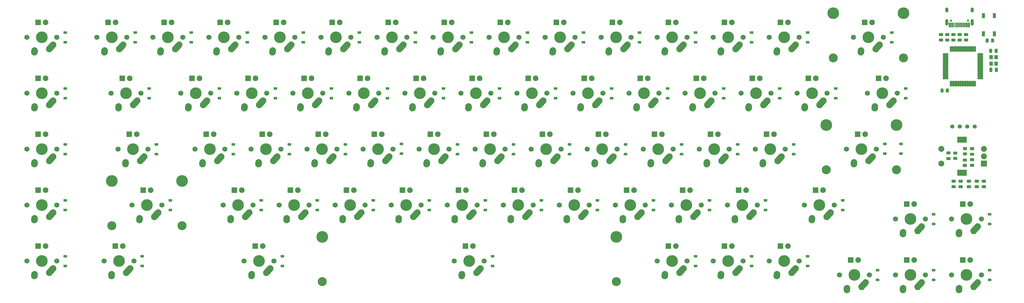
<source format=gbr>
%TF.GenerationSoftware,KiCad,Pcbnew,(5.1.9)-1*%
%TF.CreationDate,2021-07-19T10:18:42-07:00*%
%TF.ProjectId,unsplit-keyboard,756e7370-6c69-4742-9d6b-6579626f6172,rev?*%
%TF.SameCoordinates,Original*%
%TF.FileFunction,Soldermask,Bot*%
%TF.FilePolarity,Negative*%
%FSLAX46Y46*%
G04 Gerber Fmt 4.6, Leading zero omitted, Abs format (unit mm)*
G04 Created by KiCad (PCBNEW (5.1.9)-1) date 2021-07-19 10:18:42*
%MOMM*%
%LPD*%
G01*
G04 APERTURE LIST*
%ADD10R,1.200000X0.900000*%
%ADD11C,2.250000*%
%ADD12C,3.987800*%
%ADD13C,1.905000*%
%ADD14R,1.905000X1.905000*%
%ADD15C,1.750000*%
%ADD16C,0.750000*%
%ADD17O,1.100000X2.200000*%
%ADD18O,1.100000X1.700000*%
%ADD19C,3.048000*%
%ADD20C,2.000000*%
%ADD21R,3.200000X2.000000*%
%ADD22R,2.000000X2.000000*%
%ADD23R,1.100000X1.800000*%
%ADD24R,1.200000X1.400000*%
%ADD25C,1.397000*%
G04 APERTURE END LIST*
D10*
%TO.C,D70*%
X317500000Y-65023000D03*
X317500000Y-61723000D03*
%TD*%
%TO.C,D69*%
X347662500Y-108012500D03*
X347662500Y-104712500D03*
%TD*%
%TO.C,D68*%
X328612500Y-108012500D03*
X328612500Y-104712500D03*
%TD*%
%TO.C,D67*%
X309562500Y-108012500D03*
X309562500Y-104712500D03*
%TD*%
%TO.C,D66*%
X285750000Y-103250000D03*
X285750000Y-99950000D03*
%TD*%
%TO.C,D65*%
X266700000Y-103250000D03*
X266700000Y-99950000D03*
%TD*%
%TO.C,D64*%
X247650000Y-103250000D03*
X247650000Y-99950000D03*
%TD*%
%TO.C,D63*%
X178593750Y-103250000D03*
X178593750Y-99950000D03*
%TD*%
%TO.C,D62*%
X107156250Y-103250000D03*
X107156250Y-99950000D03*
%TD*%
%TO.C,D61*%
X59531250Y-103250000D03*
X59531250Y-99950000D03*
%TD*%
%TO.C,D60*%
X33337500Y-103250000D03*
X33337500Y-99950000D03*
%TD*%
%TO.C,D59*%
X347662500Y-88962500D03*
X347662500Y-85662500D03*
%TD*%
%TO.C,D58*%
X328612500Y-88962500D03*
X328612500Y-85662500D03*
%TD*%
%TO.C,D57*%
X297656250Y-84200000D03*
X297656250Y-80900000D03*
%TD*%
%TO.C,D56*%
X271462500Y-84200000D03*
X271462500Y-80900000D03*
%TD*%
%TO.C,D55*%
X252412500Y-84200000D03*
X252412500Y-80900000D03*
%TD*%
%TO.C,D54*%
X233362500Y-84200000D03*
X233362500Y-80900000D03*
%TD*%
%TO.C,D53*%
X214312500Y-84200000D03*
X214312500Y-80900000D03*
%TD*%
%TO.C,D52*%
X195262500Y-84200000D03*
X195262500Y-80900000D03*
%TD*%
%TO.C,D51*%
X176212500Y-84200000D03*
X176212500Y-80900000D03*
%TD*%
%TO.C,D50*%
X157162500Y-84200000D03*
X157162500Y-80900000D03*
%TD*%
%TO.C,D49*%
X138112500Y-84200000D03*
X138112500Y-80900000D03*
%TD*%
%TO.C,D48*%
X119062500Y-84200000D03*
X119062500Y-80900000D03*
%TD*%
%TO.C,D47*%
X100012500Y-84200000D03*
X100012500Y-80900000D03*
%TD*%
%TO.C,D46*%
X69056250Y-84200000D03*
X69056250Y-80900000D03*
%TD*%
%TO.C,D45*%
X33337500Y-84200000D03*
X33337500Y-80900000D03*
%TD*%
%TO.C,D44*%
X311943750Y-65006250D03*
X311943750Y-61706250D03*
%TD*%
%TO.C,D43*%
X280987500Y-65150000D03*
X280987500Y-61850000D03*
%TD*%
%TO.C,D42*%
X261937500Y-65150000D03*
X261937500Y-61850000D03*
%TD*%
%TO.C,D41*%
X242887500Y-65150000D03*
X242887500Y-61850000D03*
%TD*%
%TO.C,D40*%
X223837500Y-65150000D03*
X223837500Y-61850000D03*
%TD*%
%TO.C,D39*%
X204787500Y-65150000D03*
X204787500Y-61850000D03*
%TD*%
%TO.C,D38*%
X185737500Y-65150000D03*
X185737500Y-61850000D03*
%TD*%
%TO.C,D37*%
X166687500Y-65150000D03*
X166687500Y-61850000D03*
%TD*%
%TO.C,D36*%
X147637500Y-65006250D03*
X147637500Y-61706250D03*
%TD*%
%TO.C,D35*%
X128587500Y-65150000D03*
X128587500Y-61850000D03*
%TD*%
%TO.C,D34*%
X109537500Y-65150000D03*
X109537500Y-61850000D03*
%TD*%
%TO.C,D33*%
X90487500Y-65150000D03*
X90487500Y-61850000D03*
%TD*%
%TO.C,D32*%
X64293750Y-65150000D03*
X64293750Y-61850000D03*
%TD*%
%TO.C,D31*%
X33337500Y-65150000D03*
X33337500Y-61850000D03*
%TD*%
%TO.C,D30*%
X319087500Y-46100000D03*
X319087500Y-42800000D03*
%TD*%
%TO.C,D29*%
X295275000Y-46100000D03*
X295275000Y-42800000D03*
%TD*%
%TO.C,D28*%
X276225000Y-46100000D03*
X276225000Y-42800000D03*
%TD*%
%TO.C,D27*%
X257175000Y-46100000D03*
X257175000Y-42800000D03*
%TD*%
%TO.C,D26*%
X238125000Y-46100000D03*
X238125000Y-42800000D03*
%TD*%
%TO.C,D25*%
X219075000Y-46100000D03*
X219075000Y-42800000D03*
%TD*%
%TO.C,D24*%
X200025000Y-46100000D03*
X200025000Y-42800000D03*
%TD*%
%TO.C,D23*%
X180975000Y-46100000D03*
X180975000Y-42800000D03*
%TD*%
%TO.C,D22*%
X161925000Y-46100000D03*
X161925000Y-42800000D03*
%TD*%
%TO.C,D21*%
X142875000Y-46100000D03*
X142875000Y-42800000D03*
%TD*%
%TO.C,D20*%
X123825000Y-46100000D03*
X123825000Y-42800000D03*
%TD*%
%TO.C,D19*%
X104775000Y-46100000D03*
X104775000Y-42800000D03*
%TD*%
%TO.C,D18*%
X85725000Y-46100000D03*
X85725000Y-42800000D03*
%TD*%
%TO.C,D17*%
X61912500Y-46100000D03*
X61912500Y-42800000D03*
%TD*%
%TO.C,D16*%
X33337500Y-46100000D03*
X33337500Y-42800000D03*
%TD*%
%TO.C,D15*%
X314325000Y-27050000D03*
X314325000Y-23750000D03*
%TD*%
%TO.C,D14*%
X285750000Y-27050000D03*
X285750000Y-23750000D03*
%TD*%
%TO.C,D13*%
X266700000Y-27050000D03*
X266700000Y-23750000D03*
%TD*%
%TO.C,D12*%
X247650000Y-27050000D03*
X247650000Y-23750000D03*
%TD*%
%TO.C,D11*%
X228600000Y-27050000D03*
X228600000Y-23750000D03*
%TD*%
%TO.C,D10*%
X209550000Y-27050000D03*
X209550000Y-23750000D03*
%TD*%
%TO.C,D9*%
X190500000Y-27050000D03*
X190500000Y-23750000D03*
%TD*%
%TO.C,D8*%
X171450000Y-27050000D03*
X171450000Y-23750000D03*
%TD*%
%TO.C,D7*%
X152400000Y-27050000D03*
X152400000Y-23750000D03*
%TD*%
%TO.C,D6*%
X133350000Y-27050000D03*
X133350000Y-23750000D03*
%TD*%
%TO.C,D5*%
X114300000Y-27050000D03*
X114300000Y-23750000D03*
%TD*%
%TO.C,D4*%
X95250000Y-27050000D03*
X95250000Y-23750000D03*
%TD*%
%TO.C,D3*%
X76200000Y-27050000D03*
X76200000Y-23750000D03*
%TD*%
%TO.C,D2*%
X57150000Y-27050000D03*
X57150000Y-23750000D03*
%TD*%
%TO.C,D1*%
X33337500Y-27050000D03*
X33337500Y-23750000D03*
%TD*%
%TO.C,MX25*%
G36*
G01*
X208652476Y-47827740D02*
X208651403Y-47827666D01*
G75*
G02*
X209696334Y-49027403I-77403J-1122334D01*
G01*
X209656334Y-49607403D01*
G75*
G02*
X208456597Y-50652334I-1122334J77403D01*
G01*
X208456597Y-50652334D01*
G75*
G02*
X207411666Y-49452597I77403J1122334D01*
G01*
X207451666Y-48872597D01*
G75*
G02*
X208651403Y-47827666I1122334J-77403D01*
G01*
G37*
D11*
X208534000Y-49530000D03*
G36*
G01*
X215636772Y-46153962D02*
X215635317Y-46152655D01*
G75*
G02*
X215721345Y-47741317I-751317J-837345D01*
G01*
X214411343Y-49201317D01*
G75*
G02*
X212822681Y-49287345I-837345J751317D01*
G01*
X212822681Y-49287345D01*
G75*
G02*
X212736653Y-47698683I751317J837345D01*
G01*
X214046655Y-46238683D01*
G75*
G02*
X215635317Y-46152655I837345J-751317D01*
G01*
G37*
D12*
X211074000Y-44450000D03*
D11*
X213574000Y-48450000D03*
D13*
X212344000Y-39370000D03*
D14*
X209804000Y-39370000D03*
D15*
X216154000Y-44450000D03*
X205994000Y-44450000D03*
%TD*%
%TO.C,MX33*%
G36*
G01*
X80128476Y-66877740D02*
X80127403Y-66877666D01*
G75*
G02*
X81172334Y-68077403I-77403J-1122334D01*
G01*
X81132334Y-68657403D01*
G75*
G02*
X79932597Y-69702334I-1122334J77403D01*
G01*
X79932597Y-69702334D01*
G75*
G02*
X78887666Y-68502597I77403J1122334D01*
G01*
X78927666Y-67922597D01*
G75*
G02*
X80127403Y-66877666I1122334J-77403D01*
G01*
G37*
D11*
X80010000Y-68580000D03*
G36*
G01*
X87112772Y-65203962D02*
X87111317Y-65202655D01*
G75*
G02*
X87197345Y-66791317I-751317J-837345D01*
G01*
X85887343Y-68251317D01*
G75*
G02*
X84298681Y-68337345I-837345J751317D01*
G01*
X84298681Y-68337345D01*
G75*
G02*
X84212653Y-66748683I751317J837345D01*
G01*
X85522655Y-65288683D01*
G75*
G02*
X87111317Y-65202655I837345J-751317D01*
G01*
G37*
D12*
X82550000Y-63500000D03*
D11*
X85050000Y-67500000D03*
D13*
X83820000Y-58420000D03*
D14*
X81280000Y-58420000D03*
D15*
X87630000Y-63500000D03*
X77470000Y-63500000D03*
%TD*%
%TO.C,MX66*%
G36*
G01*
X275390976Y-104977740D02*
X275389903Y-104977666D01*
G75*
G02*
X276434834Y-106177403I-77403J-1122334D01*
G01*
X276394834Y-106757403D01*
G75*
G02*
X275195097Y-107802334I-1122334J77403D01*
G01*
X275195097Y-107802334D01*
G75*
G02*
X274150166Y-106602597I77403J1122334D01*
G01*
X274190166Y-106022597D01*
G75*
G02*
X275389903Y-104977666I1122334J-77403D01*
G01*
G37*
D11*
X275272500Y-106680000D03*
G36*
G01*
X282375272Y-103303962D02*
X282373817Y-103302655D01*
G75*
G02*
X282459845Y-104891317I-751317J-837345D01*
G01*
X281149843Y-106351317D01*
G75*
G02*
X279561181Y-106437345I-837345J751317D01*
G01*
X279561181Y-106437345D01*
G75*
G02*
X279475153Y-104848683I751317J837345D01*
G01*
X280785155Y-103388683D01*
G75*
G02*
X282373817Y-103302655I837345J-751317D01*
G01*
G37*
D12*
X277812500Y-101600000D03*
D11*
X280312500Y-105600000D03*
D13*
X279082500Y-96520000D03*
D14*
X276542500Y-96520000D03*
D15*
X282892500Y-101600000D03*
X272732500Y-101600000D03*
%TD*%
%TO.C,MX7*%
G36*
G01*
X142040976Y-28777740D02*
X142039903Y-28777666D01*
G75*
G02*
X143084834Y-29977403I-77403J-1122334D01*
G01*
X143044834Y-30557403D01*
G75*
G02*
X141845097Y-31602334I-1122334J77403D01*
G01*
X141845097Y-31602334D01*
G75*
G02*
X140800166Y-30402597I77403J1122334D01*
G01*
X140840166Y-29822597D01*
G75*
G02*
X142039903Y-28777666I1122334J-77403D01*
G01*
G37*
D11*
X141922500Y-30480000D03*
G36*
G01*
X149025272Y-27103962D02*
X149023817Y-27102655D01*
G75*
G02*
X149109845Y-28691317I-751317J-837345D01*
G01*
X147799843Y-30151317D01*
G75*
G02*
X146211181Y-30237345I-837345J751317D01*
G01*
X146211181Y-30237345D01*
G75*
G02*
X146125153Y-28648683I751317J837345D01*
G01*
X147435155Y-27188683D01*
G75*
G02*
X149023817Y-27102655I837345J-751317D01*
G01*
G37*
D12*
X144462500Y-25400000D03*
D11*
X146962500Y-29400000D03*
D13*
X145732500Y-20320000D03*
D14*
X143192500Y-20320000D03*
D15*
X149542500Y-25400000D03*
X139382500Y-25400000D03*
%TD*%
%TO.C,MX17*%
G36*
G01*
X51553476Y-47827740D02*
X51552403Y-47827666D01*
G75*
G02*
X52597334Y-49027403I-77403J-1122334D01*
G01*
X52557334Y-49607403D01*
G75*
G02*
X51357597Y-50652334I-1122334J77403D01*
G01*
X51357597Y-50652334D01*
G75*
G02*
X50312666Y-49452597I77403J1122334D01*
G01*
X50352666Y-48872597D01*
G75*
G02*
X51552403Y-47827666I1122334J-77403D01*
G01*
G37*
D11*
X51435000Y-49530000D03*
G36*
G01*
X58537772Y-46153962D02*
X58536317Y-46152655D01*
G75*
G02*
X58622345Y-47741317I-751317J-837345D01*
G01*
X57312343Y-49201317D01*
G75*
G02*
X55723681Y-49287345I-837345J751317D01*
G01*
X55723681Y-49287345D01*
G75*
G02*
X55637653Y-47698683I751317J837345D01*
G01*
X56947655Y-46238683D01*
G75*
G02*
X58536317Y-46152655I837345J-751317D01*
G01*
G37*
D12*
X53975000Y-44450000D03*
D11*
X56475000Y-48450000D03*
D13*
X55245000Y-39370000D03*
D14*
X52705000Y-39370000D03*
D15*
X59055000Y-44450000D03*
X48895000Y-44450000D03*
%TD*%
%TO.C,MX45*%
G36*
G01*
X22978476Y-85927740D02*
X22977403Y-85927666D01*
G75*
G02*
X24022334Y-87127403I-77403J-1122334D01*
G01*
X23982334Y-87707403D01*
G75*
G02*
X22782597Y-88752334I-1122334J77403D01*
G01*
X22782597Y-88752334D01*
G75*
G02*
X21737666Y-87552597I77403J1122334D01*
G01*
X21777666Y-86972597D01*
G75*
G02*
X22977403Y-85927666I1122334J-77403D01*
G01*
G37*
D11*
X22860000Y-87630000D03*
G36*
G01*
X29962772Y-84253962D02*
X29961317Y-84252655D01*
G75*
G02*
X30047345Y-85841317I-751317J-837345D01*
G01*
X28737343Y-87301317D01*
G75*
G02*
X27148681Y-87387345I-837345J751317D01*
G01*
X27148681Y-87387345D01*
G75*
G02*
X27062653Y-85798683I751317J837345D01*
G01*
X28372655Y-84338683D01*
G75*
G02*
X29961317Y-84252655I837345J-751317D01*
G01*
G37*
D12*
X25400000Y-82550000D03*
D11*
X27900000Y-86550000D03*
D13*
X26670000Y-77470000D03*
D14*
X24130000Y-77470000D03*
D15*
X30480000Y-82550000D03*
X20320000Y-82550000D03*
%TD*%
%TO.C,MX16*%
G36*
G01*
X22983556Y-47827740D02*
X22982483Y-47827666D01*
G75*
G02*
X24027414Y-49027403I-77403J-1122334D01*
G01*
X23987414Y-49607403D01*
G75*
G02*
X22787677Y-50652334I-1122334J77403D01*
G01*
X22787677Y-50652334D01*
G75*
G02*
X21742746Y-49452597I77403J1122334D01*
G01*
X21782746Y-48872597D01*
G75*
G02*
X22982483Y-47827666I1122334J-77403D01*
G01*
G37*
D11*
X22865080Y-49530000D03*
G36*
G01*
X29967852Y-46153962D02*
X29966397Y-46152655D01*
G75*
G02*
X30052425Y-47741317I-751317J-837345D01*
G01*
X28742423Y-49201317D01*
G75*
G02*
X27153761Y-49287345I-837345J751317D01*
G01*
X27153761Y-49287345D01*
G75*
G02*
X27067733Y-47698683I751317J837345D01*
G01*
X28377735Y-46238683D01*
G75*
G02*
X29966397Y-46152655I837345J-751317D01*
G01*
G37*
D12*
X25405080Y-44450000D03*
D11*
X27905080Y-48450000D03*
D13*
X26675080Y-39370000D03*
D14*
X24135080Y-39370000D03*
D15*
X30485080Y-44450000D03*
X20325080Y-44450000D03*
%TD*%
%TO.C,MX1*%
G36*
G01*
X22978476Y-28777740D02*
X22977403Y-28777666D01*
G75*
G02*
X24022334Y-29977403I-77403J-1122334D01*
G01*
X23982334Y-30557403D01*
G75*
G02*
X22782597Y-31602334I-1122334J77403D01*
G01*
X22782597Y-31602334D01*
G75*
G02*
X21737666Y-30402597I77403J1122334D01*
G01*
X21777666Y-29822597D01*
G75*
G02*
X22977403Y-28777666I1122334J-77403D01*
G01*
G37*
D11*
X22860000Y-30480000D03*
G36*
G01*
X29962772Y-27103962D02*
X29961317Y-27102655D01*
G75*
G02*
X30047345Y-28691317I-751317J-837345D01*
G01*
X28737343Y-30151317D01*
G75*
G02*
X27148681Y-30237345I-837345J751317D01*
G01*
X27148681Y-30237345D01*
G75*
G02*
X27062653Y-28648683I751317J837345D01*
G01*
X28372655Y-27188683D01*
G75*
G02*
X29961317Y-27102655I837345J-751317D01*
G01*
G37*
D12*
X25400000Y-25400000D03*
D11*
X27900000Y-29400000D03*
D13*
X26670000Y-20320000D03*
D14*
X24130000Y-20320000D03*
D15*
X30480000Y-25400000D03*
X20320000Y-25400000D03*
%TD*%
%TO.C,MX59*%
G36*
G01*
X337303476Y-90690240D02*
X337302403Y-90690166D01*
G75*
G02*
X338347334Y-91889903I-77403J-1122334D01*
G01*
X338307334Y-92469903D01*
G75*
G02*
X337107597Y-93514834I-1122334J77403D01*
G01*
X337107597Y-93514834D01*
G75*
G02*
X336062666Y-92315097I77403J1122334D01*
G01*
X336102666Y-91735097D01*
G75*
G02*
X337302403Y-90690166I1122334J-77403D01*
G01*
G37*
D11*
X337185000Y-92392500D03*
G36*
G01*
X344287772Y-89016462D02*
X344286317Y-89015155D01*
G75*
G02*
X344372345Y-90603817I-751317J-837345D01*
G01*
X343062343Y-92063817D01*
G75*
G02*
X341473681Y-92149845I-837345J751317D01*
G01*
X341473681Y-92149845D01*
G75*
G02*
X341387653Y-90561183I751317J837345D01*
G01*
X342697655Y-89101183D01*
G75*
G02*
X344286317Y-89015155I837345J-751317D01*
G01*
G37*
D12*
X339725000Y-87312500D03*
D11*
X342225000Y-91312500D03*
D13*
X340995000Y-82232500D03*
D14*
X338455000Y-82232500D03*
D15*
X344805000Y-87312500D03*
X334645000Y-87312500D03*
%TD*%
%TO.C,R9*%
G36*
G01*
X340048002Y-25000000D02*
X339147998Y-25000000D01*
G75*
G02*
X338898000Y-24750002I0J249998D01*
G01*
X338898000Y-24224998D01*
G75*
G02*
X339147998Y-23975000I249998J0D01*
G01*
X340048002Y-23975000D01*
G75*
G02*
X340298000Y-24224998I0J-249998D01*
G01*
X340298000Y-24750002D01*
G75*
G02*
X340048002Y-25000000I-249998J0D01*
G01*
G37*
G36*
G01*
X340048002Y-26825000D02*
X339147998Y-26825000D01*
G75*
G02*
X338898000Y-26575002I0J249998D01*
G01*
X338898000Y-26049998D01*
G75*
G02*
X339147998Y-25800000I249998J0D01*
G01*
X340048002Y-25800000D01*
G75*
G02*
X340298000Y-26049998I0J-249998D01*
G01*
X340298000Y-26575002D01*
G75*
G02*
X340048002Y-26825000I-249998J0D01*
G01*
G37*
%TD*%
%TO.C,R8*%
G36*
G01*
X330638998Y-25800000D02*
X331539002Y-25800000D01*
G75*
G02*
X331789000Y-26049998I0J-249998D01*
G01*
X331789000Y-26575002D01*
G75*
G02*
X331539002Y-26825000I-249998J0D01*
G01*
X330638998Y-26825000D01*
G75*
G02*
X330389000Y-26575002I0J249998D01*
G01*
X330389000Y-26049998D01*
G75*
G02*
X330638998Y-25800000I249998J0D01*
G01*
G37*
G36*
G01*
X330638998Y-23975000D02*
X331539002Y-23975000D01*
G75*
G02*
X331789000Y-24224998I0J-249998D01*
G01*
X331789000Y-24750002D01*
G75*
G02*
X331539002Y-25000000I-249998J0D01*
G01*
X330638998Y-25000000D01*
G75*
G02*
X330389000Y-24750002I0J249998D01*
G01*
X330389000Y-24224998D01*
G75*
G02*
X330638998Y-23975000I249998J0D01*
G01*
G37*
%TD*%
%TO.C,USB1*%
G36*
G01*
X340220020Y-21915020D02*
X340220020Y-20465020D01*
G75*
G02*
X340270020Y-20415020I50000J0D01*
G01*
X340870020Y-20415020D01*
G75*
G02*
X340920020Y-20465020I0J-50000D01*
G01*
X340920020Y-21915020D01*
G75*
G02*
X340870020Y-21965020I-50000J0D01*
G01*
X340270020Y-21965020D01*
G75*
G02*
X340220020Y-21915020I0J50000D01*
G01*
G37*
G36*
G01*
X333770020Y-21915020D02*
X333770020Y-20465020D01*
G75*
G02*
X333820020Y-20415020I50000J0D01*
G01*
X334420020Y-20415020D01*
G75*
G02*
X334470020Y-20465020I0J-50000D01*
G01*
X334470020Y-21915020D01*
G75*
G02*
X334420020Y-21965020I-50000J0D01*
G01*
X333820020Y-21965020D01*
G75*
G02*
X333770020Y-21915020I0J50000D01*
G01*
G37*
G36*
G01*
X339445020Y-21915020D02*
X339445020Y-20465020D01*
G75*
G02*
X339495020Y-20415020I50000J0D01*
G01*
X340095020Y-20415020D01*
G75*
G02*
X340145020Y-20465020I0J-50000D01*
G01*
X340145020Y-21915020D01*
G75*
G02*
X340095020Y-21965020I-50000J0D01*
G01*
X339495020Y-21965020D01*
G75*
G02*
X339445020Y-21915020I0J50000D01*
G01*
G37*
G36*
G01*
X334545020Y-21915020D02*
X334545020Y-20465020D01*
G75*
G02*
X334595020Y-20415020I50000J0D01*
G01*
X335195020Y-20415020D01*
G75*
G02*
X335245020Y-20465020I0J-50000D01*
G01*
X335245020Y-21915020D01*
G75*
G02*
X335195020Y-21965020I-50000J0D01*
G01*
X334595020Y-21965020D01*
G75*
G02*
X334545020Y-21915020I0J50000D01*
G01*
G37*
G36*
G01*
X335395020Y-21915020D02*
X335395020Y-20465020D01*
G75*
G02*
X335445020Y-20415020I50000J0D01*
G01*
X335745020Y-20415020D01*
G75*
G02*
X335795020Y-20465020I0J-50000D01*
G01*
X335795020Y-21915020D01*
G75*
G02*
X335745020Y-21965020I-50000J0D01*
G01*
X335445020Y-21965020D01*
G75*
G02*
X335395020Y-21915020I0J50000D01*
G01*
G37*
G36*
G01*
X338895020Y-21915020D02*
X338895020Y-20465020D01*
G75*
G02*
X338945020Y-20415020I50000J0D01*
G01*
X339245020Y-20415020D01*
G75*
G02*
X339295020Y-20465020I0J-50000D01*
G01*
X339295020Y-21915020D01*
G75*
G02*
X339245020Y-21965020I-50000J0D01*
G01*
X338945020Y-21965020D01*
G75*
G02*
X338895020Y-21915020I0J50000D01*
G01*
G37*
G36*
G01*
X335895020Y-21915020D02*
X335895020Y-20465020D01*
G75*
G02*
X335945020Y-20415020I50000J0D01*
G01*
X336245020Y-20415020D01*
G75*
G02*
X336295020Y-20465020I0J-50000D01*
G01*
X336295020Y-21915020D01*
G75*
G02*
X336245020Y-21965020I-50000J0D01*
G01*
X335945020Y-21965020D01*
G75*
G02*
X335895020Y-21915020I0J50000D01*
G01*
G37*
G36*
G01*
X338395020Y-21915020D02*
X338395020Y-20465020D01*
G75*
G02*
X338445020Y-20415020I50000J0D01*
G01*
X338745020Y-20415020D01*
G75*
G02*
X338795020Y-20465020I0J-50000D01*
G01*
X338795020Y-21915020D01*
G75*
G02*
X338745020Y-21965020I-50000J0D01*
G01*
X338445020Y-21965020D01*
G75*
G02*
X338395020Y-21915020I0J50000D01*
G01*
G37*
G36*
G01*
X336395020Y-21915020D02*
X336395020Y-20465020D01*
G75*
G02*
X336445020Y-20415020I50000J0D01*
G01*
X336745020Y-20415020D01*
G75*
G02*
X336795020Y-20465020I0J-50000D01*
G01*
X336795020Y-21915020D01*
G75*
G02*
X336745020Y-21965020I-50000J0D01*
G01*
X336445020Y-21965020D01*
G75*
G02*
X336395020Y-21915020I0J50000D01*
G01*
G37*
G36*
G01*
X337895020Y-21915020D02*
X337895020Y-20465020D01*
G75*
G02*
X337945020Y-20415020I50000J0D01*
G01*
X338245020Y-20415020D01*
G75*
G02*
X338295020Y-20465020I0J-50000D01*
G01*
X338295020Y-21915020D01*
G75*
G02*
X338245020Y-21965020I-50000J0D01*
G01*
X337945020Y-21965020D01*
G75*
G02*
X337895020Y-21915020I0J50000D01*
G01*
G37*
G36*
G01*
X337395020Y-21915020D02*
X337395020Y-20465020D01*
G75*
G02*
X337445020Y-20415020I50000J0D01*
G01*
X337745020Y-20415020D01*
G75*
G02*
X337795020Y-20465020I0J-50000D01*
G01*
X337795020Y-21915020D01*
G75*
G02*
X337745020Y-21965020I-50000J0D01*
G01*
X337445020Y-21965020D01*
G75*
G02*
X337395020Y-21915020I0J50000D01*
G01*
G37*
G36*
G01*
X336895020Y-21915020D02*
X336895020Y-20465020D01*
G75*
G02*
X336945020Y-20415020I50000J0D01*
G01*
X337245020Y-20415020D01*
G75*
G02*
X337295020Y-20465020I0J-50000D01*
G01*
X337295020Y-21915020D01*
G75*
G02*
X337245020Y-21965020I-50000J0D01*
G01*
X336945020Y-21965020D01*
G75*
G02*
X336895020Y-21915020I0J50000D01*
G01*
G37*
D16*
X340235020Y-19745020D03*
X334455020Y-19745020D03*
D17*
X333025020Y-20275020D03*
X341665020Y-20275020D03*
D18*
X333025020Y-16095020D03*
X341665020Y-16095020D03*
%TD*%
D12*
%TO.C,MX63*%
X120688100Y-93345000D03*
X220687900Y-93345000D03*
D19*
X120688100Y-108585000D03*
X220687900Y-108585000D03*
D15*
X165608000Y-101600000D03*
X175768000Y-101600000D03*
D14*
X169418000Y-96520000D03*
D13*
X171958000Y-96520000D03*
D11*
X173188000Y-105600000D03*
D12*
X170688000Y-101600000D03*
G36*
G01*
X175250772Y-103303962D02*
X175249317Y-103302655D01*
G75*
G02*
X175335345Y-104891317I-751317J-837345D01*
G01*
X174025343Y-106351317D01*
G75*
G02*
X172436681Y-106437345I-837345J751317D01*
G01*
X172436681Y-106437345D01*
G75*
G02*
X172350653Y-104848683I751317J837345D01*
G01*
X173660655Y-103388683D01*
G75*
G02*
X175249317Y-103302655I837345J-751317D01*
G01*
G37*
D11*
X168148000Y-106680000D03*
G36*
G01*
X168266476Y-104977740D02*
X168265403Y-104977666D01*
G75*
G02*
X169310334Y-106177403I-77403J-1122334D01*
G01*
X169270334Y-106757403D01*
G75*
G02*
X168070597Y-107802334I-1122334J77403D01*
G01*
X168070597Y-107802334D01*
G75*
G02*
X167025666Y-106602597I77403J1122334D01*
G01*
X167065666Y-106022597D01*
G75*
G02*
X168265403Y-104977666I1122334J-77403D01*
G01*
G37*
%TD*%
D20*
%TO.C,ENC1*%
X331200350Y-63408550D03*
X331200350Y-68408550D03*
D21*
X338200350Y-60308550D03*
X338200350Y-71508550D03*
D20*
X345700350Y-63408550D03*
X345700350Y-65908550D03*
D22*
X345700350Y-68408550D03*
%TD*%
D23*
%TO.C,SW1*%
X345495000Y-24182000D03*
X349195000Y-17982000D03*
X349195000Y-24182000D03*
X345495000Y-17982000D03*
%TD*%
%TO.C,R1*%
G36*
G01*
X348087900Y-26954902D02*
X348087900Y-26054898D01*
G75*
G02*
X348337898Y-25804900I249998J0D01*
G01*
X348862902Y-25804900D01*
G75*
G02*
X349112900Y-26054898I0J-249998D01*
G01*
X349112900Y-26954902D01*
G75*
G02*
X348862902Y-27204900I-249998J0D01*
G01*
X348337898Y-27204900D01*
G75*
G02*
X348087900Y-26954902I0J249998D01*
G01*
G37*
G36*
G01*
X346262900Y-26954902D02*
X346262900Y-26054898D01*
G75*
G02*
X346512898Y-25804900I249998J0D01*
G01*
X347037902Y-25804900D01*
G75*
G02*
X347287900Y-26054898I0J-249998D01*
G01*
X347287900Y-26954902D01*
G75*
G02*
X347037902Y-27204900I-249998J0D01*
G01*
X346512898Y-27204900D01*
G75*
G02*
X346262900Y-26954902I0J249998D01*
G01*
G37*
%TD*%
D24*
%TO.C,X1*%
X348139650Y-34367650D03*
X348139650Y-32167650D03*
X349839650Y-32167650D03*
X349839650Y-34367650D03*
%TD*%
%TO.C,C7*%
G36*
G01*
X345180900Y-75799100D02*
X346130900Y-75799100D01*
G75*
G02*
X346380900Y-76049100I0J-250000D01*
G01*
X346380900Y-76549100D01*
G75*
G02*
X346130900Y-76799100I-250000J0D01*
G01*
X345180900Y-76799100D01*
G75*
G02*
X344930900Y-76549100I0J250000D01*
G01*
X344930900Y-76049100D01*
G75*
G02*
X345180900Y-75799100I250000J0D01*
G01*
G37*
G36*
G01*
X345180900Y-73899100D02*
X346130900Y-73899100D01*
G75*
G02*
X346380900Y-74149100I0J-250000D01*
G01*
X346380900Y-74649100D01*
G75*
G02*
X346130900Y-74899100I-250000J0D01*
G01*
X345180900Y-74899100D01*
G75*
G02*
X344930900Y-74649100I0J250000D01*
G01*
X344930900Y-74149100D01*
G75*
G02*
X345180900Y-73899100I250000J0D01*
G01*
G37*
%TD*%
%TO.C,C4*%
G36*
G01*
X337306900Y-75799100D02*
X338256900Y-75799100D01*
G75*
G02*
X338506900Y-76049100I0J-250000D01*
G01*
X338506900Y-76549100D01*
G75*
G02*
X338256900Y-76799100I-250000J0D01*
G01*
X337306900Y-76799100D01*
G75*
G02*
X337056900Y-76549100I0J250000D01*
G01*
X337056900Y-76049100D01*
G75*
G02*
X337306900Y-75799100I250000J0D01*
G01*
G37*
G36*
G01*
X337306900Y-73899100D02*
X338256900Y-73899100D01*
G75*
G02*
X338506900Y-74149100I0J-250000D01*
G01*
X338506900Y-74649100D01*
G75*
G02*
X338256900Y-74899100I-250000J0D01*
G01*
X337306900Y-74899100D01*
G75*
G02*
X337056900Y-74649100I0J250000D01*
G01*
X337056900Y-74149100D01*
G75*
G02*
X337306900Y-73899100I250000J0D01*
G01*
G37*
%TD*%
%TO.C,C6*%
G36*
G01*
X342767900Y-75799100D02*
X343717900Y-75799100D01*
G75*
G02*
X343967900Y-76049100I0J-250000D01*
G01*
X343967900Y-76549100D01*
G75*
G02*
X343717900Y-76799100I-250000J0D01*
G01*
X342767900Y-76799100D01*
G75*
G02*
X342517900Y-76549100I0J250000D01*
G01*
X342517900Y-76049100D01*
G75*
G02*
X342767900Y-75799100I250000J0D01*
G01*
G37*
G36*
G01*
X342767900Y-73899100D02*
X343717900Y-73899100D01*
G75*
G02*
X343967900Y-74149100I0J-250000D01*
G01*
X343967900Y-74649100D01*
G75*
G02*
X343717900Y-74899100I-250000J0D01*
G01*
X342767900Y-74899100D01*
G75*
G02*
X342517900Y-74649100I0J250000D01*
G01*
X342517900Y-74149100D01*
G75*
G02*
X342767900Y-73899100I250000J0D01*
G01*
G37*
%TD*%
%TO.C,C5*%
G36*
G01*
X340100900Y-75799100D02*
X341050900Y-75799100D01*
G75*
G02*
X341300900Y-76049100I0J-250000D01*
G01*
X341300900Y-76549100D01*
G75*
G02*
X341050900Y-76799100I-250000J0D01*
G01*
X340100900Y-76799100D01*
G75*
G02*
X339850900Y-76549100I0J250000D01*
G01*
X339850900Y-76049100D01*
G75*
G02*
X340100900Y-75799100I250000J0D01*
G01*
G37*
G36*
G01*
X340100900Y-73899100D02*
X341050900Y-73899100D01*
G75*
G02*
X341300900Y-74149100I0J-250000D01*
G01*
X341300900Y-74649100D01*
G75*
G02*
X341050900Y-74899100I-250000J0D01*
G01*
X340100900Y-74899100D01*
G75*
G02*
X339850900Y-74649100I0J250000D01*
G01*
X339850900Y-74149100D01*
G75*
G02*
X340100900Y-73899100I250000J0D01*
G01*
G37*
%TD*%
%TO.C,C2*%
G36*
G01*
X349350750Y-30478750D02*
X349350750Y-29528750D01*
G75*
G02*
X349600750Y-29278750I250000J0D01*
G01*
X350100750Y-29278750D01*
G75*
G02*
X350350750Y-29528750I0J-250000D01*
G01*
X350350750Y-30478750D01*
G75*
G02*
X350100750Y-30728750I-250000J0D01*
G01*
X349600750Y-30728750D01*
G75*
G02*
X349350750Y-30478750I0J250000D01*
G01*
G37*
G36*
G01*
X347450750Y-30478750D02*
X347450750Y-29528750D01*
G75*
G02*
X347700750Y-29278750I250000J0D01*
G01*
X348200750Y-29278750D01*
G75*
G02*
X348450750Y-29528750I0J-250000D01*
G01*
X348450750Y-30478750D01*
G75*
G02*
X348200750Y-30728750I-250000J0D01*
G01*
X347700750Y-30728750D01*
G75*
G02*
X347450750Y-30478750I0J250000D01*
G01*
G37*
%TD*%
%TO.C,C8*%
G36*
G01*
X334893900Y-75799100D02*
X335843900Y-75799100D01*
G75*
G02*
X336093900Y-76049100I0J-250000D01*
G01*
X336093900Y-76549100D01*
G75*
G02*
X335843900Y-76799100I-250000J0D01*
G01*
X334893900Y-76799100D01*
G75*
G02*
X334643900Y-76549100I0J250000D01*
G01*
X334643900Y-76049100D01*
G75*
G02*
X334893900Y-75799100I250000J0D01*
G01*
G37*
G36*
G01*
X334893900Y-73899100D02*
X335843900Y-73899100D01*
G75*
G02*
X336093900Y-74149100I0J-250000D01*
G01*
X336093900Y-74649100D01*
G75*
G02*
X335843900Y-74899100I-250000J0D01*
G01*
X334893900Y-74899100D01*
G75*
G02*
X334643900Y-74649100I0J250000D01*
G01*
X334643900Y-74149100D01*
G75*
G02*
X334893900Y-73899100I250000J0D01*
G01*
G37*
%TD*%
%TO.C,C1*%
G36*
G01*
X349416750Y-36955750D02*
X349416750Y-36005750D01*
G75*
G02*
X349666750Y-35755750I250000J0D01*
G01*
X350166750Y-35755750D01*
G75*
G02*
X350416750Y-36005750I0J-250000D01*
G01*
X350416750Y-36955750D01*
G75*
G02*
X350166750Y-37205750I-250000J0D01*
G01*
X349666750Y-37205750D01*
G75*
G02*
X349416750Y-36955750I0J250000D01*
G01*
G37*
G36*
G01*
X347516750Y-36955750D02*
X347516750Y-36005750D01*
G75*
G02*
X347766750Y-35755750I250000J0D01*
G01*
X348266750Y-35755750D01*
G75*
G02*
X348516750Y-36005750I0J-250000D01*
G01*
X348516750Y-36955750D01*
G75*
G02*
X348266750Y-37205750I-250000J0D01*
G01*
X347766750Y-37205750D01*
G75*
G02*
X347516750Y-36955750I0J250000D01*
G01*
G37*
%TD*%
%TO.C,U1*%
G36*
G01*
X334289240Y-28414090D02*
X334789240Y-28414090D01*
G75*
G02*
X334989240Y-28614090I0J-200000D01*
G01*
X334989240Y-30114090D01*
G75*
G02*
X334789240Y-30314090I-200000J0D01*
G01*
X334289240Y-30314090D01*
G75*
G02*
X334089240Y-30114090I0J200000D01*
G01*
X334089240Y-28614090D01*
G75*
G02*
X334289240Y-28414090I200000J0D01*
G01*
G37*
G36*
G01*
X335089240Y-28414090D02*
X335589240Y-28414090D01*
G75*
G02*
X335789240Y-28614090I0J-200000D01*
G01*
X335789240Y-30114090D01*
G75*
G02*
X335589240Y-30314090I-200000J0D01*
G01*
X335089240Y-30314090D01*
G75*
G02*
X334889240Y-30114090I0J200000D01*
G01*
X334889240Y-28614090D01*
G75*
G02*
X335089240Y-28414090I200000J0D01*
G01*
G37*
G36*
G01*
X335889240Y-28414090D02*
X336389240Y-28414090D01*
G75*
G02*
X336589240Y-28614090I0J-200000D01*
G01*
X336589240Y-30114090D01*
G75*
G02*
X336389240Y-30314090I-200000J0D01*
G01*
X335889240Y-30314090D01*
G75*
G02*
X335689240Y-30114090I0J200000D01*
G01*
X335689240Y-28614090D01*
G75*
G02*
X335889240Y-28414090I200000J0D01*
G01*
G37*
G36*
G01*
X336689240Y-28414090D02*
X337189240Y-28414090D01*
G75*
G02*
X337389240Y-28614090I0J-200000D01*
G01*
X337389240Y-30114090D01*
G75*
G02*
X337189240Y-30314090I-200000J0D01*
G01*
X336689240Y-30314090D01*
G75*
G02*
X336489240Y-30114090I0J200000D01*
G01*
X336489240Y-28614090D01*
G75*
G02*
X336689240Y-28414090I200000J0D01*
G01*
G37*
G36*
G01*
X337489240Y-28414090D02*
X337989240Y-28414090D01*
G75*
G02*
X338189240Y-28614090I0J-200000D01*
G01*
X338189240Y-30114090D01*
G75*
G02*
X337989240Y-30314090I-200000J0D01*
G01*
X337489240Y-30314090D01*
G75*
G02*
X337289240Y-30114090I0J200000D01*
G01*
X337289240Y-28614090D01*
G75*
G02*
X337489240Y-28414090I200000J0D01*
G01*
G37*
G36*
G01*
X338289240Y-28414090D02*
X338789240Y-28414090D01*
G75*
G02*
X338989240Y-28614090I0J-200000D01*
G01*
X338989240Y-30114090D01*
G75*
G02*
X338789240Y-30314090I-200000J0D01*
G01*
X338289240Y-30314090D01*
G75*
G02*
X338089240Y-30114090I0J200000D01*
G01*
X338089240Y-28614090D01*
G75*
G02*
X338289240Y-28414090I200000J0D01*
G01*
G37*
G36*
G01*
X339089240Y-28414090D02*
X339589240Y-28414090D01*
G75*
G02*
X339789240Y-28614090I0J-200000D01*
G01*
X339789240Y-30114090D01*
G75*
G02*
X339589240Y-30314090I-200000J0D01*
G01*
X339089240Y-30314090D01*
G75*
G02*
X338889240Y-30114090I0J200000D01*
G01*
X338889240Y-28614090D01*
G75*
G02*
X339089240Y-28414090I200000J0D01*
G01*
G37*
G36*
G01*
X339889240Y-28414090D02*
X340389240Y-28414090D01*
G75*
G02*
X340589240Y-28614090I0J-200000D01*
G01*
X340589240Y-30114090D01*
G75*
G02*
X340389240Y-30314090I-200000J0D01*
G01*
X339889240Y-30314090D01*
G75*
G02*
X339689240Y-30114090I0J200000D01*
G01*
X339689240Y-28614090D01*
G75*
G02*
X339889240Y-28414090I200000J0D01*
G01*
G37*
G36*
G01*
X340689240Y-28414090D02*
X341189240Y-28414090D01*
G75*
G02*
X341389240Y-28614090I0J-200000D01*
G01*
X341389240Y-30114090D01*
G75*
G02*
X341189240Y-30314090I-200000J0D01*
G01*
X340689240Y-30314090D01*
G75*
G02*
X340489240Y-30114090I0J200000D01*
G01*
X340489240Y-28614090D01*
G75*
G02*
X340689240Y-28414090I200000J0D01*
G01*
G37*
G36*
G01*
X341489240Y-28414090D02*
X341989240Y-28414090D01*
G75*
G02*
X342189240Y-28614090I0J-200000D01*
G01*
X342189240Y-30114090D01*
G75*
G02*
X341989240Y-30314090I-200000J0D01*
G01*
X341489240Y-30314090D01*
G75*
G02*
X341289240Y-30114090I0J200000D01*
G01*
X341289240Y-28614090D01*
G75*
G02*
X341489240Y-28414090I200000J0D01*
G01*
G37*
G36*
G01*
X342289240Y-28414090D02*
X342789240Y-28414090D01*
G75*
G02*
X342989240Y-28614090I0J-200000D01*
G01*
X342989240Y-30114090D01*
G75*
G02*
X342789240Y-30314090I-200000J0D01*
G01*
X342289240Y-30314090D01*
G75*
G02*
X342089240Y-30114090I0J200000D01*
G01*
X342089240Y-28614090D01*
G75*
G02*
X342289240Y-28414090I200000J0D01*
G01*
G37*
G36*
G01*
X343689240Y-30814090D02*
X345189240Y-30814090D01*
G75*
G02*
X345389240Y-31014090I0J-200000D01*
G01*
X345389240Y-31514090D01*
G75*
G02*
X345189240Y-31714090I-200000J0D01*
G01*
X343689240Y-31714090D01*
G75*
G02*
X343489240Y-31514090I0J200000D01*
G01*
X343489240Y-31014090D01*
G75*
G02*
X343689240Y-30814090I200000J0D01*
G01*
G37*
G36*
G01*
X343689240Y-31614090D02*
X345189240Y-31614090D01*
G75*
G02*
X345389240Y-31814090I0J-200000D01*
G01*
X345389240Y-32314090D01*
G75*
G02*
X345189240Y-32514090I-200000J0D01*
G01*
X343689240Y-32514090D01*
G75*
G02*
X343489240Y-32314090I0J200000D01*
G01*
X343489240Y-31814090D01*
G75*
G02*
X343689240Y-31614090I200000J0D01*
G01*
G37*
G36*
G01*
X343689240Y-32414090D02*
X345189240Y-32414090D01*
G75*
G02*
X345389240Y-32614090I0J-200000D01*
G01*
X345389240Y-33114090D01*
G75*
G02*
X345189240Y-33314090I-200000J0D01*
G01*
X343689240Y-33314090D01*
G75*
G02*
X343489240Y-33114090I0J200000D01*
G01*
X343489240Y-32614090D01*
G75*
G02*
X343689240Y-32414090I200000J0D01*
G01*
G37*
G36*
G01*
X343689240Y-33214090D02*
X345189240Y-33214090D01*
G75*
G02*
X345389240Y-33414090I0J-200000D01*
G01*
X345389240Y-33914090D01*
G75*
G02*
X345189240Y-34114090I-200000J0D01*
G01*
X343689240Y-34114090D01*
G75*
G02*
X343489240Y-33914090I0J200000D01*
G01*
X343489240Y-33414090D01*
G75*
G02*
X343689240Y-33214090I200000J0D01*
G01*
G37*
G36*
G01*
X343689240Y-34014090D02*
X345189240Y-34014090D01*
G75*
G02*
X345389240Y-34214090I0J-200000D01*
G01*
X345389240Y-34714090D01*
G75*
G02*
X345189240Y-34914090I-200000J0D01*
G01*
X343689240Y-34914090D01*
G75*
G02*
X343489240Y-34714090I0J200000D01*
G01*
X343489240Y-34214090D01*
G75*
G02*
X343689240Y-34014090I200000J0D01*
G01*
G37*
G36*
G01*
X343689240Y-34814090D02*
X345189240Y-34814090D01*
G75*
G02*
X345389240Y-35014090I0J-200000D01*
G01*
X345389240Y-35514090D01*
G75*
G02*
X345189240Y-35714090I-200000J0D01*
G01*
X343689240Y-35714090D01*
G75*
G02*
X343489240Y-35514090I0J200000D01*
G01*
X343489240Y-35014090D01*
G75*
G02*
X343689240Y-34814090I200000J0D01*
G01*
G37*
G36*
G01*
X343689240Y-35614090D02*
X345189240Y-35614090D01*
G75*
G02*
X345389240Y-35814090I0J-200000D01*
G01*
X345389240Y-36314090D01*
G75*
G02*
X345189240Y-36514090I-200000J0D01*
G01*
X343689240Y-36514090D01*
G75*
G02*
X343489240Y-36314090I0J200000D01*
G01*
X343489240Y-35814090D01*
G75*
G02*
X343689240Y-35614090I200000J0D01*
G01*
G37*
G36*
G01*
X343689240Y-36414090D02*
X345189240Y-36414090D01*
G75*
G02*
X345389240Y-36614090I0J-200000D01*
G01*
X345389240Y-37114090D01*
G75*
G02*
X345189240Y-37314090I-200000J0D01*
G01*
X343689240Y-37314090D01*
G75*
G02*
X343489240Y-37114090I0J200000D01*
G01*
X343489240Y-36614090D01*
G75*
G02*
X343689240Y-36414090I200000J0D01*
G01*
G37*
G36*
G01*
X343689240Y-37214090D02*
X345189240Y-37214090D01*
G75*
G02*
X345389240Y-37414090I0J-200000D01*
G01*
X345389240Y-37914090D01*
G75*
G02*
X345189240Y-38114090I-200000J0D01*
G01*
X343689240Y-38114090D01*
G75*
G02*
X343489240Y-37914090I0J200000D01*
G01*
X343489240Y-37414090D01*
G75*
G02*
X343689240Y-37214090I200000J0D01*
G01*
G37*
G36*
G01*
X343689240Y-38014090D02*
X345189240Y-38014090D01*
G75*
G02*
X345389240Y-38214090I0J-200000D01*
G01*
X345389240Y-38714090D01*
G75*
G02*
X345189240Y-38914090I-200000J0D01*
G01*
X343689240Y-38914090D01*
G75*
G02*
X343489240Y-38714090I0J200000D01*
G01*
X343489240Y-38214090D01*
G75*
G02*
X343689240Y-38014090I200000J0D01*
G01*
G37*
G36*
G01*
X343689240Y-38814090D02*
X345189240Y-38814090D01*
G75*
G02*
X345389240Y-39014090I0J-200000D01*
G01*
X345389240Y-39514090D01*
G75*
G02*
X345189240Y-39714090I-200000J0D01*
G01*
X343689240Y-39714090D01*
G75*
G02*
X343489240Y-39514090I0J200000D01*
G01*
X343489240Y-39014090D01*
G75*
G02*
X343689240Y-38814090I200000J0D01*
G01*
G37*
G36*
G01*
X342289240Y-40214090D02*
X342789240Y-40214090D01*
G75*
G02*
X342989240Y-40414090I0J-200000D01*
G01*
X342989240Y-41914090D01*
G75*
G02*
X342789240Y-42114090I-200000J0D01*
G01*
X342289240Y-42114090D01*
G75*
G02*
X342089240Y-41914090I0J200000D01*
G01*
X342089240Y-40414090D01*
G75*
G02*
X342289240Y-40214090I200000J0D01*
G01*
G37*
G36*
G01*
X341489240Y-40214090D02*
X341989240Y-40214090D01*
G75*
G02*
X342189240Y-40414090I0J-200000D01*
G01*
X342189240Y-41914090D01*
G75*
G02*
X341989240Y-42114090I-200000J0D01*
G01*
X341489240Y-42114090D01*
G75*
G02*
X341289240Y-41914090I0J200000D01*
G01*
X341289240Y-40414090D01*
G75*
G02*
X341489240Y-40214090I200000J0D01*
G01*
G37*
G36*
G01*
X340689240Y-40214090D02*
X341189240Y-40214090D01*
G75*
G02*
X341389240Y-40414090I0J-200000D01*
G01*
X341389240Y-41914090D01*
G75*
G02*
X341189240Y-42114090I-200000J0D01*
G01*
X340689240Y-42114090D01*
G75*
G02*
X340489240Y-41914090I0J200000D01*
G01*
X340489240Y-40414090D01*
G75*
G02*
X340689240Y-40214090I200000J0D01*
G01*
G37*
G36*
G01*
X339889240Y-40214090D02*
X340389240Y-40214090D01*
G75*
G02*
X340589240Y-40414090I0J-200000D01*
G01*
X340589240Y-41914090D01*
G75*
G02*
X340389240Y-42114090I-200000J0D01*
G01*
X339889240Y-42114090D01*
G75*
G02*
X339689240Y-41914090I0J200000D01*
G01*
X339689240Y-40414090D01*
G75*
G02*
X339889240Y-40214090I200000J0D01*
G01*
G37*
G36*
G01*
X339089240Y-40214090D02*
X339589240Y-40214090D01*
G75*
G02*
X339789240Y-40414090I0J-200000D01*
G01*
X339789240Y-41914090D01*
G75*
G02*
X339589240Y-42114090I-200000J0D01*
G01*
X339089240Y-42114090D01*
G75*
G02*
X338889240Y-41914090I0J200000D01*
G01*
X338889240Y-40414090D01*
G75*
G02*
X339089240Y-40214090I200000J0D01*
G01*
G37*
G36*
G01*
X338289240Y-40214090D02*
X338789240Y-40214090D01*
G75*
G02*
X338989240Y-40414090I0J-200000D01*
G01*
X338989240Y-41914090D01*
G75*
G02*
X338789240Y-42114090I-200000J0D01*
G01*
X338289240Y-42114090D01*
G75*
G02*
X338089240Y-41914090I0J200000D01*
G01*
X338089240Y-40414090D01*
G75*
G02*
X338289240Y-40214090I200000J0D01*
G01*
G37*
G36*
G01*
X337489240Y-40214090D02*
X337989240Y-40214090D01*
G75*
G02*
X338189240Y-40414090I0J-200000D01*
G01*
X338189240Y-41914090D01*
G75*
G02*
X337989240Y-42114090I-200000J0D01*
G01*
X337489240Y-42114090D01*
G75*
G02*
X337289240Y-41914090I0J200000D01*
G01*
X337289240Y-40414090D01*
G75*
G02*
X337489240Y-40214090I200000J0D01*
G01*
G37*
G36*
G01*
X336689240Y-40214090D02*
X337189240Y-40214090D01*
G75*
G02*
X337389240Y-40414090I0J-200000D01*
G01*
X337389240Y-41914090D01*
G75*
G02*
X337189240Y-42114090I-200000J0D01*
G01*
X336689240Y-42114090D01*
G75*
G02*
X336489240Y-41914090I0J200000D01*
G01*
X336489240Y-40414090D01*
G75*
G02*
X336689240Y-40214090I200000J0D01*
G01*
G37*
G36*
G01*
X335889240Y-40214090D02*
X336389240Y-40214090D01*
G75*
G02*
X336589240Y-40414090I0J-200000D01*
G01*
X336589240Y-41914090D01*
G75*
G02*
X336389240Y-42114090I-200000J0D01*
G01*
X335889240Y-42114090D01*
G75*
G02*
X335689240Y-41914090I0J200000D01*
G01*
X335689240Y-40414090D01*
G75*
G02*
X335889240Y-40214090I200000J0D01*
G01*
G37*
G36*
G01*
X335089240Y-40214090D02*
X335589240Y-40214090D01*
G75*
G02*
X335789240Y-40414090I0J-200000D01*
G01*
X335789240Y-41914090D01*
G75*
G02*
X335589240Y-42114090I-200000J0D01*
G01*
X335089240Y-42114090D01*
G75*
G02*
X334889240Y-41914090I0J200000D01*
G01*
X334889240Y-40414090D01*
G75*
G02*
X335089240Y-40214090I200000J0D01*
G01*
G37*
G36*
G01*
X334289240Y-40214090D02*
X334789240Y-40214090D01*
G75*
G02*
X334989240Y-40414090I0J-200000D01*
G01*
X334989240Y-41914090D01*
G75*
G02*
X334789240Y-42114090I-200000J0D01*
G01*
X334289240Y-42114090D01*
G75*
G02*
X334089240Y-41914090I0J200000D01*
G01*
X334089240Y-40414090D01*
G75*
G02*
X334289240Y-40214090I200000J0D01*
G01*
G37*
G36*
G01*
X331889240Y-38814090D02*
X333389240Y-38814090D01*
G75*
G02*
X333589240Y-39014090I0J-200000D01*
G01*
X333589240Y-39514090D01*
G75*
G02*
X333389240Y-39714090I-200000J0D01*
G01*
X331889240Y-39714090D01*
G75*
G02*
X331689240Y-39514090I0J200000D01*
G01*
X331689240Y-39014090D01*
G75*
G02*
X331889240Y-38814090I200000J0D01*
G01*
G37*
G36*
G01*
X331889240Y-38014090D02*
X333389240Y-38014090D01*
G75*
G02*
X333589240Y-38214090I0J-200000D01*
G01*
X333589240Y-38714090D01*
G75*
G02*
X333389240Y-38914090I-200000J0D01*
G01*
X331889240Y-38914090D01*
G75*
G02*
X331689240Y-38714090I0J200000D01*
G01*
X331689240Y-38214090D01*
G75*
G02*
X331889240Y-38014090I200000J0D01*
G01*
G37*
G36*
G01*
X331889240Y-37214090D02*
X333389240Y-37214090D01*
G75*
G02*
X333589240Y-37414090I0J-200000D01*
G01*
X333589240Y-37914090D01*
G75*
G02*
X333389240Y-38114090I-200000J0D01*
G01*
X331889240Y-38114090D01*
G75*
G02*
X331689240Y-37914090I0J200000D01*
G01*
X331689240Y-37414090D01*
G75*
G02*
X331889240Y-37214090I200000J0D01*
G01*
G37*
G36*
G01*
X331889240Y-36414090D02*
X333389240Y-36414090D01*
G75*
G02*
X333589240Y-36614090I0J-200000D01*
G01*
X333589240Y-37114090D01*
G75*
G02*
X333389240Y-37314090I-200000J0D01*
G01*
X331889240Y-37314090D01*
G75*
G02*
X331689240Y-37114090I0J200000D01*
G01*
X331689240Y-36614090D01*
G75*
G02*
X331889240Y-36414090I200000J0D01*
G01*
G37*
G36*
G01*
X331889240Y-35614090D02*
X333389240Y-35614090D01*
G75*
G02*
X333589240Y-35814090I0J-200000D01*
G01*
X333589240Y-36314090D01*
G75*
G02*
X333389240Y-36514090I-200000J0D01*
G01*
X331889240Y-36514090D01*
G75*
G02*
X331689240Y-36314090I0J200000D01*
G01*
X331689240Y-35814090D01*
G75*
G02*
X331889240Y-35614090I200000J0D01*
G01*
G37*
G36*
G01*
X331889240Y-34814090D02*
X333389240Y-34814090D01*
G75*
G02*
X333589240Y-35014090I0J-200000D01*
G01*
X333589240Y-35514090D01*
G75*
G02*
X333389240Y-35714090I-200000J0D01*
G01*
X331889240Y-35714090D01*
G75*
G02*
X331689240Y-35514090I0J200000D01*
G01*
X331689240Y-35014090D01*
G75*
G02*
X331889240Y-34814090I200000J0D01*
G01*
G37*
G36*
G01*
X331889240Y-34014090D02*
X333389240Y-34014090D01*
G75*
G02*
X333589240Y-34214090I0J-200000D01*
G01*
X333589240Y-34714090D01*
G75*
G02*
X333389240Y-34914090I-200000J0D01*
G01*
X331889240Y-34914090D01*
G75*
G02*
X331689240Y-34714090I0J200000D01*
G01*
X331689240Y-34214090D01*
G75*
G02*
X331889240Y-34014090I200000J0D01*
G01*
G37*
G36*
G01*
X331889240Y-33214090D02*
X333389240Y-33214090D01*
G75*
G02*
X333589240Y-33414090I0J-200000D01*
G01*
X333589240Y-33914090D01*
G75*
G02*
X333389240Y-34114090I-200000J0D01*
G01*
X331889240Y-34114090D01*
G75*
G02*
X331689240Y-33914090I0J200000D01*
G01*
X331689240Y-33414090D01*
G75*
G02*
X331889240Y-33214090I200000J0D01*
G01*
G37*
G36*
G01*
X331889240Y-32414090D02*
X333389240Y-32414090D01*
G75*
G02*
X333589240Y-32614090I0J-200000D01*
G01*
X333589240Y-33114090D01*
G75*
G02*
X333389240Y-33314090I-200000J0D01*
G01*
X331889240Y-33314090D01*
G75*
G02*
X331689240Y-33114090I0J200000D01*
G01*
X331689240Y-32614090D01*
G75*
G02*
X331889240Y-32414090I200000J0D01*
G01*
G37*
G36*
G01*
X331889240Y-31614090D02*
X333389240Y-31614090D01*
G75*
G02*
X333589240Y-31814090I0J-200000D01*
G01*
X333589240Y-32314090D01*
G75*
G02*
X333389240Y-32514090I-200000J0D01*
G01*
X331889240Y-32514090D01*
G75*
G02*
X331689240Y-32314090I0J200000D01*
G01*
X331689240Y-31814090D01*
G75*
G02*
X331889240Y-31614090I200000J0D01*
G01*
G37*
G36*
G01*
X331889240Y-30814090D02*
X333389240Y-30814090D01*
G75*
G02*
X333589240Y-31014090I0J-200000D01*
G01*
X333589240Y-31514090D01*
G75*
G02*
X333389240Y-31714090I-200000J0D01*
G01*
X331889240Y-31714090D01*
G75*
G02*
X331689240Y-31514090I0J200000D01*
G01*
X331689240Y-31014090D01*
G75*
G02*
X331889240Y-30814090I200000J0D01*
G01*
G37*
%TD*%
D15*
%TO.C,MX30*%
X306011580Y-44450000D03*
X316171580Y-44450000D03*
D14*
X309821580Y-39370000D03*
D13*
X312361580Y-39370000D03*
D11*
X313591580Y-48450000D03*
D12*
X311091580Y-44450000D03*
G36*
G01*
X315654352Y-46153962D02*
X315652897Y-46152655D01*
G75*
G02*
X315738925Y-47741317I-751317J-837345D01*
G01*
X314428923Y-49201317D01*
G75*
G02*
X312840261Y-49287345I-837345J751317D01*
G01*
X312840261Y-49287345D01*
G75*
G02*
X312754233Y-47698683I751317J837345D01*
G01*
X314064235Y-46238683D01*
G75*
G02*
X315652897Y-46152655I837345J-751317D01*
G01*
G37*
D11*
X308551580Y-49530000D03*
G36*
G01*
X308670056Y-47827740D02*
X308668983Y-47827666D01*
G75*
G02*
X309713914Y-49027403I-77403J-1122334D01*
G01*
X309673914Y-49607403D01*
G75*
G02*
X308474177Y-50652334I-1122334J77403D01*
G01*
X308474177Y-50652334D01*
G75*
G02*
X307429246Y-49452597I77403J1122334D01*
G01*
X307469246Y-48872597D01*
G75*
G02*
X308668983Y-47827666I1122334J-77403D01*
G01*
G37*
%TD*%
%TO.C,MX44*%
G36*
G01*
X301584726Y-66877740D02*
X301583653Y-66877666D01*
G75*
G02*
X302628584Y-68077403I-77403J-1122334D01*
G01*
X302588584Y-68657403D01*
G75*
G02*
X301388847Y-69702334I-1122334J77403D01*
G01*
X301388847Y-69702334D01*
G75*
G02*
X300343916Y-68502597I77403J1122334D01*
G01*
X300383916Y-67922597D01*
G75*
G02*
X301583653Y-66877666I1122334J-77403D01*
G01*
G37*
X301466250Y-68580000D03*
G36*
G01*
X308569022Y-65203962D02*
X308567567Y-65202655D01*
G75*
G02*
X308653595Y-66791317I-751317J-837345D01*
G01*
X307343593Y-68251317D01*
G75*
G02*
X305754931Y-68337345I-837345J751317D01*
G01*
X305754931Y-68337345D01*
G75*
G02*
X305668903Y-66748683I751317J837345D01*
G01*
X306978905Y-65288683D01*
G75*
G02*
X308567567Y-65202655I837345J-751317D01*
G01*
G37*
D12*
X304006250Y-63500000D03*
D11*
X306506250Y-67500000D03*
D13*
X305276250Y-58420000D03*
D14*
X302736250Y-58420000D03*
D15*
X309086250Y-63500000D03*
X298926250Y-63500000D03*
D19*
X315944250Y-70485000D03*
X292068250Y-70485000D03*
D12*
X315944250Y-55245000D03*
X292068250Y-55245000D03*
%TD*%
%TO.C,C3*%
G36*
G01*
X333160350Y-64291550D02*
X334110350Y-64291550D01*
G75*
G02*
X334360350Y-64541550I0J-250000D01*
G01*
X334360350Y-65041550D01*
G75*
G02*
X334110350Y-65291550I-250000J0D01*
G01*
X333160350Y-65291550D01*
G75*
G02*
X332910350Y-65041550I0J250000D01*
G01*
X332910350Y-64541550D01*
G75*
G02*
X333160350Y-64291550I250000J0D01*
G01*
G37*
G36*
G01*
X333160350Y-66191550D02*
X334110350Y-66191550D01*
G75*
G02*
X334360350Y-66441550I0J-250000D01*
G01*
X334360350Y-66941550D01*
G75*
G02*
X334110350Y-67191550I-250000J0D01*
G01*
X333160350Y-67191550D01*
G75*
G02*
X332910350Y-66941550I0J250000D01*
G01*
X332910350Y-66441550D01*
G75*
G02*
X333160350Y-66191550I250000J0D01*
G01*
G37*
%TD*%
%TO.C,C10*%
G36*
G01*
X341161350Y-62824300D02*
X342111350Y-62824300D01*
G75*
G02*
X342361350Y-63074300I0J-250000D01*
G01*
X342361350Y-63574300D01*
G75*
G02*
X342111350Y-63824300I-250000J0D01*
G01*
X341161350Y-63824300D01*
G75*
G02*
X340911350Y-63574300I0J250000D01*
G01*
X340911350Y-63074300D01*
G75*
G02*
X341161350Y-62824300I250000J0D01*
G01*
G37*
G36*
G01*
X341161350Y-64724300D02*
X342111350Y-64724300D01*
G75*
G02*
X342361350Y-64974300I0J-250000D01*
G01*
X342361350Y-65474300D01*
G75*
G02*
X342111350Y-65724300I-250000J0D01*
G01*
X341161350Y-65724300D01*
G75*
G02*
X340911350Y-65474300I0J250000D01*
G01*
X340911350Y-64974300D01*
G75*
G02*
X341161350Y-64724300I250000J0D01*
G01*
G37*
%TD*%
%TO.C,C9*%
G36*
G01*
X342111350Y-69477550D02*
X341161350Y-69477550D01*
G75*
G02*
X340911350Y-69227550I0J250000D01*
G01*
X340911350Y-68727550D01*
G75*
G02*
X341161350Y-68477550I250000J0D01*
G01*
X342111350Y-68477550D01*
G75*
G02*
X342361350Y-68727550I0J-250000D01*
G01*
X342361350Y-69227550D01*
G75*
G02*
X342111350Y-69477550I-250000J0D01*
G01*
G37*
G36*
G01*
X342111350Y-67577550D02*
X341161350Y-67577550D01*
G75*
G02*
X340911350Y-67327550I0J250000D01*
G01*
X340911350Y-66827550D01*
G75*
G02*
X341161350Y-66577550I250000J0D01*
G01*
X342111350Y-66577550D01*
G75*
G02*
X342361350Y-66827550I0J-250000D01*
G01*
X342361350Y-67327550D01*
G75*
G02*
X342111350Y-67577550I-250000J0D01*
G01*
G37*
%TD*%
%TO.C,R5*%
G36*
G01*
X338736098Y-66696050D02*
X339636102Y-66696050D01*
G75*
G02*
X339886100Y-66946048I0J-249998D01*
G01*
X339886100Y-67471052D01*
G75*
G02*
X339636102Y-67721050I-249998J0D01*
G01*
X338736098Y-67721050D01*
G75*
G02*
X338486100Y-67471052I0J249998D01*
G01*
X338486100Y-66946048D01*
G75*
G02*
X338736098Y-66696050I249998J0D01*
G01*
G37*
G36*
G01*
X338736098Y-68521050D02*
X339636102Y-68521050D01*
G75*
G02*
X339886100Y-68771048I0J-249998D01*
G01*
X339886100Y-69296052D01*
G75*
G02*
X339636102Y-69546050I-249998J0D01*
G01*
X338736098Y-69546050D01*
G75*
G02*
X338486100Y-69296052I0J249998D01*
G01*
X338486100Y-68771048D01*
G75*
G02*
X338736098Y-68521050I249998J0D01*
G01*
G37*
%TD*%
%TO.C,R6*%
G36*
G01*
X339673352Y-65642550D02*
X338773348Y-65642550D01*
G75*
G02*
X338523350Y-65392552I0J249998D01*
G01*
X338523350Y-64867548D01*
G75*
G02*
X338773348Y-64617550I249998J0D01*
G01*
X339673352Y-64617550D01*
G75*
G02*
X339923350Y-64867548I0J-249998D01*
G01*
X339923350Y-65392552D01*
G75*
G02*
X339673352Y-65642550I-249998J0D01*
G01*
G37*
G36*
G01*
X339673352Y-63817550D02*
X338773348Y-63817550D01*
G75*
G02*
X338523350Y-63567552I0J249998D01*
G01*
X338523350Y-63042548D01*
G75*
G02*
X338773348Y-62792550I249998J0D01*
G01*
X339673352Y-62792550D01*
G75*
G02*
X339923350Y-63042548I0J-249998D01*
G01*
X339923350Y-63567552D01*
G75*
G02*
X339673352Y-63817550I-249998J0D01*
G01*
G37*
%TD*%
%TO.C,R4*%
G36*
G01*
X335471348Y-64316550D02*
X336371352Y-64316550D01*
G75*
G02*
X336621350Y-64566548I0J-249998D01*
G01*
X336621350Y-65091552D01*
G75*
G02*
X336371352Y-65341550I-249998J0D01*
G01*
X335471348Y-65341550D01*
G75*
G02*
X335221350Y-65091552I0J249998D01*
G01*
X335221350Y-64566548D01*
G75*
G02*
X335471348Y-64316550I249998J0D01*
G01*
G37*
G36*
G01*
X335471348Y-66141550D02*
X336371352Y-66141550D01*
G75*
G02*
X336621350Y-66391548I0J-249998D01*
G01*
X336621350Y-66916552D01*
G75*
G02*
X336371352Y-67166550I-249998J0D01*
G01*
X335471348Y-67166550D01*
G75*
G02*
X335221350Y-66916552I0J249998D01*
G01*
X335221350Y-66391548D01*
G75*
G02*
X335471348Y-66141550I249998J0D01*
G01*
G37*
%TD*%
%TO.C,MX2*%
G36*
G01*
X46790976Y-28777740D02*
X46789903Y-28777666D01*
G75*
G02*
X47834834Y-29977403I-77403J-1122334D01*
G01*
X47794834Y-30557403D01*
G75*
G02*
X46595097Y-31602334I-1122334J77403D01*
G01*
X46595097Y-31602334D01*
G75*
G02*
X45550166Y-30402597I77403J1122334D01*
G01*
X45590166Y-29822597D01*
G75*
G02*
X46789903Y-28777666I1122334J-77403D01*
G01*
G37*
D11*
X46672500Y-30480000D03*
G36*
G01*
X53775272Y-27103962D02*
X53773817Y-27102655D01*
G75*
G02*
X53859845Y-28691317I-751317J-837345D01*
G01*
X52549843Y-30151317D01*
G75*
G02*
X50961181Y-30237345I-837345J751317D01*
G01*
X50961181Y-30237345D01*
G75*
G02*
X50875153Y-28648683I751317J837345D01*
G01*
X52185155Y-27188683D01*
G75*
G02*
X53773817Y-27102655I837345J-751317D01*
G01*
G37*
D12*
X49212500Y-25400000D03*
D11*
X51712500Y-29400000D03*
D13*
X50482500Y-20320000D03*
D14*
X47942500Y-20320000D03*
D15*
X54292500Y-25400000D03*
X44132500Y-25400000D03*
%TD*%
%TO.C,R7*%
G36*
G01*
X332750740Y-43969092D02*
X332750740Y-43069088D01*
G75*
G02*
X333000738Y-42819090I249998J0D01*
G01*
X333525742Y-42819090D01*
G75*
G02*
X333775740Y-43069088I0J-249998D01*
G01*
X333775740Y-43969092D01*
G75*
G02*
X333525742Y-44219090I-249998J0D01*
G01*
X333000738Y-44219090D01*
G75*
G02*
X332750740Y-43969092I0J249998D01*
G01*
G37*
G36*
G01*
X330925740Y-43969092D02*
X330925740Y-43069088D01*
G75*
G02*
X331175738Y-42819090I249998J0D01*
G01*
X331700742Y-42819090D01*
G75*
G02*
X331950740Y-43069088I0J-249998D01*
G01*
X331950740Y-43969092D01*
G75*
G02*
X331700742Y-44219090I-249998J0D01*
G01*
X331175738Y-44219090D01*
G75*
G02*
X330925740Y-43969092I0J249998D01*
G01*
G37*
%TD*%
%TO.C,R3*%
G36*
G01*
X335731272Y-26826270D02*
X334831268Y-26826270D01*
G75*
G02*
X334581270Y-26576272I0J249998D01*
G01*
X334581270Y-26051268D01*
G75*
G02*
X334831268Y-25801270I249998J0D01*
G01*
X335731272Y-25801270D01*
G75*
G02*
X335981270Y-26051268I0J-249998D01*
G01*
X335981270Y-26576272D01*
G75*
G02*
X335731272Y-26826270I-249998J0D01*
G01*
G37*
G36*
G01*
X335731272Y-25001270D02*
X334831268Y-25001270D01*
G75*
G02*
X334581270Y-24751272I0J249998D01*
G01*
X334581270Y-24226268D01*
G75*
G02*
X334831268Y-23976270I249998J0D01*
G01*
X335731272Y-23976270D01*
G75*
G02*
X335981270Y-24226268I0J-249998D01*
G01*
X335981270Y-24751272D01*
G75*
G02*
X335731272Y-25001270I-249998J0D01*
G01*
G37*
%TD*%
%TO.C,R2*%
G36*
G01*
X333666252Y-26826270D02*
X332766248Y-26826270D01*
G75*
G02*
X332516250Y-26576272I0J249998D01*
G01*
X332516250Y-26051268D01*
G75*
G02*
X332766248Y-25801270I249998J0D01*
G01*
X333666252Y-25801270D01*
G75*
G02*
X333916250Y-26051268I0J-249998D01*
G01*
X333916250Y-26576272D01*
G75*
G02*
X333666252Y-26826270I-249998J0D01*
G01*
G37*
G36*
G01*
X333666252Y-25001270D02*
X332766248Y-25001270D01*
G75*
G02*
X332516250Y-24751272I0J249998D01*
G01*
X332516250Y-24226268D01*
G75*
G02*
X332766248Y-23976270I249998J0D01*
G01*
X333666252Y-23976270D01*
G75*
G02*
X333916250Y-24226268I0J-249998D01*
G01*
X333916250Y-24751272D01*
G75*
G02*
X333666252Y-25001270I-249998J0D01*
G01*
G37*
%TD*%
D25*
%TO.C,OL1*%
X334899000Y-55753000D03*
X337439000Y-55753000D03*
X339979000Y-55753000D03*
X342519000Y-55753000D03*
%TD*%
%TO.C,MX69*%
G36*
G01*
X337303476Y-109740240D02*
X337302403Y-109740166D01*
G75*
G02*
X338347334Y-110939903I-77403J-1122334D01*
G01*
X338307334Y-111519903D01*
G75*
G02*
X337107597Y-112564834I-1122334J77403D01*
G01*
X337107597Y-112564834D01*
G75*
G02*
X336062666Y-111365097I77403J1122334D01*
G01*
X336102666Y-110785097D01*
G75*
G02*
X337302403Y-109740166I1122334J-77403D01*
G01*
G37*
D11*
X337185000Y-111442500D03*
G36*
G01*
X344287772Y-108066462D02*
X344286317Y-108065155D01*
G75*
G02*
X344372345Y-109653817I-751317J-837345D01*
G01*
X343062343Y-111113817D01*
G75*
G02*
X341473681Y-111199845I-837345J751317D01*
G01*
X341473681Y-111199845D01*
G75*
G02*
X341387653Y-109611183I751317J837345D01*
G01*
X342697655Y-108151183D01*
G75*
G02*
X344286317Y-108065155I837345J-751317D01*
G01*
G37*
D12*
X339725000Y-106362500D03*
D11*
X342225000Y-110362500D03*
D13*
X340995000Y-101282500D03*
D14*
X338455000Y-101282500D03*
D15*
X344805000Y-106362500D03*
X334645000Y-106362500D03*
%TD*%
%TO.C,MX68*%
G36*
G01*
X318253476Y-109740240D02*
X318252403Y-109740166D01*
G75*
G02*
X319297334Y-110939903I-77403J-1122334D01*
G01*
X319257334Y-111519903D01*
G75*
G02*
X318057597Y-112564834I-1122334J77403D01*
G01*
X318057597Y-112564834D01*
G75*
G02*
X317012666Y-111365097I77403J1122334D01*
G01*
X317052666Y-110785097D01*
G75*
G02*
X318252403Y-109740166I1122334J-77403D01*
G01*
G37*
D11*
X318135000Y-111442500D03*
G36*
G01*
X325237772Y-108066462D02*
X325236317Y-108065155D01*
G75*
G02*
X325322345Y-109653817I-751317J-837345D01*
G01*
X324012343Y-111113817D01*
G75*
G02*
X322423681Y-111199845I-837345J751317D01*
G01*
X322423681Y-111199845D01*
G75*
G02*
X322337653Y-109611183I751317J837345D01*
G01*
X323647655Y-108151183D01*
G75*
G02*
X325236317Y-108065155I837345J-751317D01*
G01*
G37*
D12*
X320675000Y-106362500D03*
D11*
X323175000Y-110362500D03*
D13*
X321945000Y-101282500D03*
D14*
X319405000Y-101282500D03*
D15*
X325755000Y-106362500D03*
X315595000Y-106362500D03*
%TD*%
%TO.C,MX67*%
G36*
G01*
X299203476Y-109740240D02*
X299202403Y-109740166D01*
G75*
G02*
X300247334Y-110939903I-77403J-1122334D01*
G01*
X300207334Y-111519903D01*
G75*
G02*
X299007597Y-112564834I-1122334J77403D01*
G01*
X299007597Y-112564834D01*
G75*
G02*
X297962666Y-111365097I77403J1122334D01*
G01*
X298002666Y-110785097D01*
G75*
G02*
X299202403Y-109740166I1122334J-77403D01*
G01*
G37*
D11*
X299085000Y-111442500D03*
G36*
G01*
X306187772Y-108066462D02*
X306186317Y-108065155D01*
G75*
G02*
X306272345Y-109653817I-751317J-837345D01*
G01*
X304962343Y-111113817D01*
G75*
G02*
X303373681Y-111199845I-837345J751317D01*
G01*
X303373681Y-111199845D01*
G75*
G02*
X303287653Y-109611183I751317J837345D01*
G01*
X304597655Y-108151183D01*
G75*
G02*
X306186317Y-108065155I837345J-751317D01*
G01*
G37*
D12*
X301625000Y-106362500D03*
D11*
X304125000Y-110362500D03*
D13*
X302895000Y-101282500D03*
D14*
X300355000Y-101282500D03*
D15*
X306705000Y-106362500D03*
X296545000Y-106362500D03*
%TD*%
%TO.C,MX65*%
G36*
G01*
X256340976Y-104977740D02*
X256339903Y-104977666D01*
G75*
G02*
X257384834Y-106177403I-77403J-1122334D01*
G01*
X257344834Y-106757403D01*
G75*
G02*
X256145097Y-107802334I-1122334J77403D01*
G01*
X256145097Y-107802334D01*
G75*
G02*
X255100166Y-106602597I77403J1122334D01*
G01*
X255140166Y-106022597D01*
G75*
G02*
X256339903Y-104977666I1122334J-77403D01*
G01*
G37*
D11*
X256222500Y-106680000D03*
G36*
G01*
X263325272Y-103303962D02*
X263323817Y-103302655D01*
G75*
G02*
X263409845Y-104891317I-751317J-837345D01*
G01*
X262099843Y-106351317D01*
G75*
G02*
X260511181Y-106437345I-837345J751317D01*
G01*
X260511181Y-106437345D01*
G75*
G02*
X260425153Y-104848683I751317J837345D01*
G01*
X261735155Y-103388683D01*
G75*
G02*
X263323817Y-103302655I837345J-751317D01*
G01*
G37*
D12*
X258762500Y-101600000D03*
D11*
X261262500Y-105600000D03*
D13*
X260032500Y-96520000D03*
D14*
X257492500Y-96520000D03*
D15*
X263842500Y-101600000D03*
X253682500Y-101600000D03*
%TD*%
%TO.C,MX64*%
G36*
G01*
X237290976Y-104977740D02*
X237289903Y-104977666D01*
G75*
G02*
X238334834Y-106177403I-77403J-1122334D01*
G01*
X238294834Y-106757403D01*
G75*
G02*
X237095097Y-107802334I-1122334J77403D01*
G01*
X237095097Y-107802334D01*
G75*
G02*
X236050166Y-106602597I77403J1122334D01*
G01*
X236090166Y-106022597D01*
G75*
G02*
X237289903Y-104977666I1122334J-77403D01*
G01*
G37*
D11*
X237172500Y-106680000D03*
G36*
G01*
X244275272Y-103303962D02*
X244273817Y-103302655D01*
G75*
G02*
X244359845Y-104891317I-751317J-837345D01*
G01*
X243049843Y-106351317D01*
G75*
G02*
X241461181Y-106437345I-837345J751317D01*
G01*
X241461181Y-106437345D01*
G75*
G02*
X241375153Y-104848683I751317J837345D01*
G01*
X242685155Y-103388683D01*
G75*
G02*
X244273817Y-103302655I837345J-751317D01*
G01*
G37*
D12*
X239712500Y-101600000D03*
D11*
X242212500Y-105600000D03*
D13*
X240982500Y-96520000D03*
D14*
X238442500Y-96520000D03*
D15*
X244792500Y-101600000D03*
X234632500Y-101600000D03*
%TD*%
%TO.C,MX62*%
G36*
G01*
X96797226Y-104977740D02*
X96796153Y-104977666D01*
G75*
G02*
X97841084Y-106177403I-77403J-1122334D01*
G01*
X97801084Y-106757403D01*
G75*
G02*
X96601347Y-107802334I-1122334J77403D01*
G01*
X96601347Y-107802334D01*
G75*
G02*
X95556416Y-106602597I77403J1122334D01*
G01*
X95596416Y-106022597D01*
G75*
G02*
X96796153Y-104977666I1122334J-77403D01*
G01*
G37*
D11*
X96678750Y-106680000D03*
G36*
G01*
X103781522Y-103303962D02*
X103780067Y-103302655D01*
G75*
G02*
X103866095Y-104891317I-751317J-837345D01*
G01*
X102556093Y-106351317D01*
G75*
G02*
X100967431Y-106437345I-837345J751317D01*
G01*
X100967431Y-106437345D01*
G75*
G02*
X100881403Y-104848683I751317J837345D01*
G01*
X102191405Y-103388683D01*
G75*
G02*
X103780067Y-103302655I837345J-751317D01*
G01*
G37*
D12*
X99218750Y-101600000D03*
D11*
X101718750Y-105600000D03*
D13*
X100488750Y-96520000D03*
D14*
X97948750Y-96520000D03*
D15*
X104298750Y-101600000D03*
X94138750Y-101600000D03*
%TD*%
%TO.C,MX61*%
G36*
G01*
X49172226Y-104977740D02*
X49171153Y-104977666D01*
G75*
G02*
X50216084Y-106177403I-77403J-1122334D01*
G01*
X50176084Y-106757403D01*
G75*
G02*
X48976347Y-107802334I-1122334J77403D01*
G01*
X48976347Y-107802334D01*
G75*
G02*
X47931416Y-106602597I77403J1122334D01*
G01*
X47971416Y-106022597D01*
G75*
G02*
X49171153Y-104977666I1122334J-77403D01*
G01*
G37*
D11*
X49053750Y-106680000D03*
G36*
G01*
X56156522Y-103303962D02*
X56155067Y-103302655D01*
G75*
G02*
X56241095Y-104891317I-751317J-837345D01*
G01*
X54931093Y-106351317D01*
G75*
G02*
X53342431Y-106437345I-837345J751317D01*
G01*
X53342431Y-106437345D01*
G75*
G02*
X53256403Y-104848683I751317J837345D01*
G01*
X54566405Y-103388683D01*
G75*
G02*
X56155067Y-103302655I837345J-751317D01*
G01*
G37*
D12*
X51593750Y-101600000D03*
D11*
X54093750Y-105600000D03*
D13*
X52863750Y-96520000D03*
D14*
X50323750Y-96520000D03*
D15*
X56673750Y-101600000D03*
X46513750Y-101600000D03*
%TD*%
%TO.C,MX60*%
G36*
G01*
X22978476Y-104977740D02*
X22977403Y-104977666D01*
G75*
G02*
X24022334Y-106177403I-77403J-1122334D01*
G01*
X23982334Y-106757403D01*
G75*
G02*
X22782597Y-107802334I-1122334J77403D01*
G01*
X22782597Y-107802334D01*
G75*
G02*
X21737666Y-106602597I77403J1122334D01*
G01*
X21777666Y-106022597D01*
G75*
G02*
X22977403Y-104977666I1122334J-77403D01*
G01*
G37*
D11*
X22860000Y-106680000D03*
G36*
G01*
X29962772Y-103303962D02*
X29961317Y-103302655D01*
G75*
G02*
X30047345Y-104891317I-751317J-837345D01*
G01*
X28737343Y-106351317D01*
G75*
G02*
X27148681Y-106437345I-837345J751317D01*
G01*
X27148681Y-106437345D01*
G75*
G02*
X27062653Y-104848683I751317J837345D01*
G01*
X28372655Y-103388683D01*
G75*
G02*
X29961317Y-103302655I837345J-751317D01*
G01*
G37*
D12*
X25400000Y-101600000D03*
D11*
X27900000Y-105600000D03*
D13*
X26670000Y-96520000D03*
D14*
X24130000Y-96520000D03*
D15*
X30480000Y-101600000D03*
X20320000Y-101600000D03*
%TD*%
%TO.C,MX58*%
G36*
G01*
X318253476Y-90690240D02*
X318252403Y-90690166D01*
G75*
G02*
X319297334Y-91889903I-77403J-1122334D01*
G01*
X319257334Y-92469903D01*
G75*
G02*
X318057597Y-93514834I-1122334J77403D01*
G01*
X318057597Y-93514834D01*
G75*
G02*
X317012666Y-92315097I77403J1122334D01*
G01*
X317052666Y-91735097D01*
G75*
G02*
X318252403Y-90690166I1122334J-77403D01*
G01*
G37*
D11*
X318135000Y-92392500D03*
G36*
G01*
X325237772Y-89016462D02*
X325236317Y-89015155D01*
G75*
G02*
X325322345Y-90603817I-751317J-837345D01*
G01*
X324012343Y-92063817D01*
G75*
G02*
X322423681Y-92149845I-837345J751317D01*
G01*
X322423681Y-92149845D01*
G75*
G02*
X322337653Y-90561183I751317J837345D01*
G01*
X323647655Y-89101183D01*
G75*
G02*
X325236317Y-89015155I837345J-751317D01*
G01*
G37*
D12*
X320675000Y-87312500D03*
D11*
X323175000Y-91312500D03*
D13*
X321945000Y-82232500D03*
D14*
X319405000Y-82232500D03*
D15*
X325755000Y-87312500D03*
X315595000Y-87312500D03*
%TD*%
%TO.C,MX57*%
G36*
G01*
X287297226Y-85927740D02*
X287296153Y-85927666D01*
G75*
G02*
X288341084Y-87127403I-77403J-1122334D01*
G01*
X288301084Y-87707403D01*
G75*
G02*
X287101347Y-88752334I-1122334J77403D01*
G01*
X287101347Y-88752334D01*
G75*
G02*
X286056416Y-87552597I77403J1122334D01*
G01*
X286096416Y-86972597D01*
G75*
G02*
X287296153Y-85927666I1122334J-77403D01*
G01*
G37*
D11*
X287178750Y-87630000D03*
G36*
G01*
X294281522Y-84253962D02*
X294280067Y-84252655D01*
G75*
G02*
X294366095Y-85841317I-751317J-837345D01*
G01*
X293056093Y-87301317D01*
G75*
G02*
X291467431Y-87387345I-837345J751317D01*
G01*
X291467431Y-87387345D01*
G75*
G02*
X291381403Y-85798683I751317J837345D01*
G01*
X292691405Y-84338683D01*
G75*
G02*
X294280067Y-84252655I837345J-751317D01*
G01*
G37*
D12*
X289718750Y-82550000D03*
D11*
X292218750Y-86550000D03*
D13*
X290988750Y-77470000D03*
D14*
X288448750Y-77470000D03*
D15*
X294798750Y-82550000D03*
X284638750Y-82550000D03*
%TD*%
%TO.C,MX56*%
G36*
G01*
X261103476Y-85927740D02*
X261102403Y-85927666D01*
G75*
G02*
X262147334Y-87127403I-77403J-1122334D01*
G01*
X262107334Y-87707403D01*
G75*
G02*
X260907597Y-88752334I-1122334J77403D01*
G01*
X260907597Y-88752334D01*
G75*
G02*
X259862666Y-87552597I77403J1122334D01*
G01*
X259902666Y-86972597D01*
G75*
G02*
X261102403Y-85927666I1122334J-77403D01*
G01*
G37*
D11*
X260985000Y-87630000D03*
G36*
G01*
X268087772Y-84253962D02*
X268086317Y-84252655D01*
G75*
G02*
X268172345Y-85841317I-751317J-837345D01*
G01*
X266862343Y-87301317D01*
G75*
G02*
X265273681Y-87387345I-837345J751317D01*
G01*
X265273681Y-87387345D01*
G75*
G02*
X265187653Y-85798683I751317J837345D01*
G01*
X266497655Y-84338683D01*
G75*
G02*
X268086317Y-84252655I837345J-751317D01*
G01*
G37*
D12*
X263525000Y-82550000D03*
D11*
X266025000Y-86550000D03*
D13*
X264795000Y-77470000D03*
D14*
X262255000Y-77470000D03*
D15*
X268605000Y-82550000D03*
X258445000Y-82550000D03*
%TD*%
%TO.C,MX55*%
G36*
G01*
X242053476Y-85927740D02*
X242052403Y-85927666D01*
G75*
G02*
X243097334Y-87127403I-77403J-1122334D01*
G01*
X243057334Y-87707403D01*
G75*
G02*
X241857597Y-88752334I-1122334J77403D01*
G01*
X241857597Y-88752334D01*
G75*
G02*
X240812666Y-87552597I77403J1122334D01*
G01*
X240852666Y-86972597D01*
G75*
G02*
X242052403Y-85927666I1122334J-77403D01*
G01*
G37*
D11*
X241935000Y-87630000D03*
G36*
G01*
X249037772Y-84253962D02*
X249036317Y-84252655D01*
G75*
G02*
X249122345Y-85841317I-751317J-837345D01*
G01*
X247812343Y-87301317D01*
G75*
G02*
X246223681Y-87387345I-837345J751317D01*
G01*
X246223681Y-87387345D01*
G75*
G02*
X246137653Y-85798683I751317J837345D01*
G01*
X247447655Y-84338683D01*
G75*
G02*
X249036317Y-84252655I837345J-751317D01*
G01*
G37*
D12*
X244475000Y-82550000D03*
D11*
X246975000Y-86550000D03*
D13*
X245745000Y-77470000D03*
D14*
X243205000Y-77470000D03*
D15*
X249555000Y-82550000D03*
X239395000Y-82550000D03*
%TD*%
%TO.C,MX54*%
G36*
G01*
X223003476Y-85927740D02*
X223002403Y-85927666D01*
G75*
G02*
X224047334Y-87127403I-77403J-1122334D01*
G01*
X224007334Y-87707403D01*
G75*
G02*
X222807597Y-88752334I-1122334J77403D01*
G01*
X222807597Y-88752334D01*
G75*
G02*
X221762666Y-87552597I77403J1122334D01*
G01*
X221802666Y-86972597D01*
G75*
G02*
X223002403Y-85927666I1122334J-77403D01*
G01*
G37*
D11*
X222885000Y-87630000D03*
G36*
G01*
X229987772Y-84253962D02*
X229986317Y-84252655D01*
G75*
G02*
X230072345Y-85841317I-751317J-837345D01*
G01*
X228762343Y-87301317D01*
G75*
G02*
X227173681Y-87387345I-837345J751317D01*
G01*
X227173681Y-87387345D01*
G75*
G02*
X227087653Y-85798683I751317J837345D01*
G01*
X228397655Y-84338683D01*
G75*
G02*
X229986317Y-84252655I837345J-751317D01*
G01*
G37*
D12*
X225425000Y-82550000D03*
D11*
X227925000Y-86550000D03*
D13*
X226695000Y-77470000D03*
D14*
X224155000Y-77470000D03*
D15*
X230505000Y-82550000D03*
X220345000Y-82550000D03*
%TD*%
%TO.C,MX53*%
G36*
G01*
X203953476Y-85927740D02*
X203952403Y-85927666D01*
G75*
G02*
X204997334Y-87127403I-77403J-1122334D01*
G01*
X204957334Y-87707403D01*
G75*
G02*
X203757597Y-88752334I-1122334J77403D01*
G01*
X203757597Y-88752334D01*
G75*
G02*
X202712666Y-87552597I77403J1122334D01*
G01*
X202752666Y-86972597D01*
G75*
G02*
X203952403Y-85927666I1122334J-77403D01*
G01*
G37*
D11*
X203835000Y-87630000D03*
G36*
G01*
X210937772Y-84253962D02*
X210936317Y-84252655D01*
G75*
G02*
X211022345Y-85841317I-751317J-837345D01*
G01*
X209712343Y-87301317D01*
G75*
G02*
X208123681Y-87387345I-837345J751317D01*
G01*
X208123681Y-87387345D01*
G75*
G02*
X208037653Y-85798683I751317J837345D01*
G01*
X209347655Y-84338683D01*
G75*
G02*
X210936317Y-84252655I837345J-751317D01*
G01*
G37*
D12*
X206375000Y-82550000D03*
D11*
X208875000Y-86550000D03*
D13*
X207645000Y-77470000D03*
D14*
X205105000Y-77470000D03*
D15*
X211455000Y-82550000D03*
X201295000Y-82550000D03*
%TD*%
%TO.C,MX52*%
G36*
G01*
X184903476Y-85927740D02*
X184902403Y-85927666D01*
G75*
G02*
X185947334Y-87127403I-77403J-1122334D01*
G01*
X185907334Y-87707403D01*
G75*
G02*
X184707597Y-88752334I-1122334J77403D01*
G01*
X184707597Y-88752334D01*
G75*
G02*
X183662666Y-87552597I77403J1122334D01*
G01*
X183702666Y-86972597D01*
G75*
G02*
X184902403Y-85927666I1122334J-77403D01*
G01*
G37*
D11*
X184785000Y-87630000D03*
G36*
G01*
X191887772Y-84253962D02*
X191886317Y-84252655D01*
G75*
G02*
X191972345Y-85841317I-751317J-837345D01*
G01*
X190662343Y-87301317D01*
G75*
G02*
X189073681Y-87387345I-837345J751317D01*
G01*
X189073681Y-87387345D01*
G75*
G02*
X188987653Y-85798683I751317J837345D01*
G01*
X190297655Y-84338683D01*
G75*
G02*
X191886317Y-84252655I837345J-751317D01*
G01*
G37*
D12*
X187325000Y-82550000D03*
D11*
X189825000Y-86550000D03*
D13*
X188595000Y-77470000D03*
D14*
X186055000Y-77470000D03*
D15*
X192405000Y-82550000D03*
X182245000Y-82550000D03*
%TD*%
%TO.C,MX51*%
G36*
G01*
X165853476Y-85927740D02*
X165852403Y-85927666D01*
G75*
G02*
X166897334Y-87127403I-77403J-1122334D01*
G01*
X166857334Y-87707403D01*
G75*
G02*
X165657597Y-88752334I-1122334J77403D01*
G01*
X165657597Y-88752334D01*
G75*
G02*
X164612666Y-87552597I77403J1122334D01*
G01*
X164652666Y-86972597D01*
G75*
G02*
X165852403Y-85927666I1122334J-77403D01*
G01*
G37*
D11*
X165735000Y-87630000D03*
G36*
G01*
X172837772Y-84253962D02*
X172836317Y-84252655D01*
G75*
G02*
X172922345Y-85841317I-751317J-837345D01*
G01*
X171612343Y-87301317D01*
G75*
G02*
X170023681Y-87387345I-837345J751317D01*
G01*
X170023681Y-87387345D01*
G75*
G02*
X169937653Y-85798683I751317J837345D01*
G01*
X171247655Y-84338683D01*
G75*
G02*
X172836317Y-84252655I837345J-751317D01*
G01*
G37*
D12*
X168275000Y-82550000D03*
D11*
X170775000Y-86550000D03*
D13*
X169545000Y-77470000D03*
D14*
X167005000Y-77470000D03*
D15*
X173355000Y-82550000D03*
X163195000Y-82550000D03*
%TD*%
%TO.C,MX50*%
G36*
G01*
X146803476Y-85927740D02*
X146802403Y-85927666D01*
G75*
G02*
X147847334Y-87127403I-77403J-1122334D01*
G01*
X147807334Y-87707403D01*
G75*
G02*
X146607597Y-88752334I-1122334J77403D01*
G01*
X146607597Y-88752334D01*
G75*
G02*
X145562666Y-87552597I77403J1122334D01*
G01*
X145602666Y-86972597D01*
G75*
G02*
X146802403Y-85927666I1122334J-77403D01*
G01*
G37*
D11*
X146685000Y-87630000D03*
G36*
G01*
X153787772Y-84253962D02*
X153786317Y-84252655D01*
G75*
G02*
X153872345Y-85841317I-751317J-837345D01*
G01*
X152562343Y-87301317D01*
G75*
G02*
X150973681Y-87387345I-837345J751317D01*
G01*
X150973681Y-87387345D01*
G75*
G02*
X150887653Y-85798683I751317J837345D01*
G01*
X152197655Y-84338683D01*
G75*
G02*
X153786317Y-84252655I837345J-751317D01*
G01*
G37*
D12*
X149225000Y-82550000D03*
D11*
X151725000Y-86550000D03*
D13*
X150495000Y-77470000D03*
D14*
X147955000Y-77470000D03*
D15*
X154305000Y-82550000D03*
X144145000Y-82550000D03*
%TD*%
%TO.C,MX49*%
G36*
G01*
X127753476Y-85927740D02*
X127752403Y-85927666D01*
G75*
G02*
X128797334Y-87127403I-77403J-1122334D01*
G01*
X128757334Y-87707403D01*
G75*
G02*
X127557597Y-88752334I-1122334J77403D01*
G01*
X127557597Y-88752334D01*
G75*
G02*
X126512666Y-87552597I77403J1122334D01*
G01*
X126552666Y-86972597D01*
G75*
G02*
X127752403Y-85927666I1122334J-77403D01*
G01*
G37*
D11*
X127635000Y-87630000D03*
G36*
G01*
X134737772Y-84253962D02*
X134736317Y-84252655D01*
G75*
G02*
X134822345Y-85841317I-751317J-837345D01*
G01*
X133512343Y-87301317D01*
G75*
G02*
X131923681Y-87387345I-837345J751317D01*
G01*
X131923681Y-87387345D01*
G75*
G02*
X131837653Y-85798683I751317J837345D01*
G01*
X133147655Y-84338683D01*
G75*
G02*
X134736317Y-84252655I837345J-751317D01*
G01*
G37*
D12*
X130175000Y-82550000D03*
D11*
X132675000Y-86550000D03*
D13*
X131445000Y-77470000D03*
D14*
X128905000Y-77470000D03*
D15*
X135255000Y-82550000D03*
X125095000Y-82550000D03*
%TD*%
%TO.C,MX48*%
G36*
G01*
X108703476Y-85927740D02*
X108702403Y-85927666D01*
G75*
G02*
X109747334Y-87127403I-77403J-1122334D01*
G01*
X109707334Y-87707403D01*
G75*
G02*
X108507597Y-88752334I-1122334J77403D01*
G01*
X108507597Y-88752334D01*
G75*
G02*
X107462666Y-87552597I77403J1122334D01*
G01*
X107502666Y-86972597D01*
G75*
G02*
X108702403Y-85927666I1122334J-77403D01*
G01*
G37*
D11*
X108585000Y-87630000D03*
G36*
G01*
X115687772Y-84253962D02*
X115686317Y-84252655D01*
G75*
G02*
X115772345Y-85841317I-751317J-837345D01*
G01*
X114462343Y-87301317D01*
G75*
G02*
X112873681Y-87387345I-837345J751317D01*
G01*
X112873681Y-87387345D01*
G75*
G02*
X112787653Y-85798683I751317J837345D01*
G01*
X114097655Y-84338683D01*
G75*
G02*
X115686317Y-84252655I837345J-751317D01*
G01*
G37*
D12*
X111125000Y-82550000D03*
D11*
X113625000Y-86550000D03*
D13*
X112395000Y-77470000D03*
D14*
X109855000Y-77470000D03*
D15*
X116205000Y-82550000D03*
X106045000Y-82550000D03*
%TD*%
%TO.C,MX47*%
G36*
G01*
X89653476Y-85927740D02*
X89652403Y-85927666D01*
G75*
G02*
X90697334Y-87127403I-77403J-1122334D01*
G01*
X90657334Y-87707403D01*
G75*
G02*
X89457597Y-88752334I-1122334J77403D01*
G01*
X89457597Y-88752334D01*
G75*
G02*
X88412666Y-87552597I77403J1122334D01*
G01*
X88452666Y-86972597D01*
G75*
G02*
X89652403Y-85927666I1122334J-77403D01*
G01*
G37*
D11*
X89535000Y-87630000D03*
G36*
G01*
X96637772Y-84253962D02*
X96636317Y-84252655D01*
G75*
G02*
X96722345Y-85841317I-751317J-837345D01*
G01*
X95412343Y-87301317D01*
G75*
G02*
X93823681Y-87387345I-837345J751317D01*
G01*
X93823681Y-87387345D01*
G75*
G02*
X93737653Y-85798683I751317J837345D01*
G01*
X95047655Y-84338683D01*
G75*
G02*
X96636317Y-84252655I837345J-751317D01*
G01*
G37*
D12*
X92075000Y-82550000D03*
D11*
X94575000Y-86550000D03*
D13*
X93345000Y-77470000D03*
D14*
X90805000Y-77470000D03*
D15*
X97155000Y-82550000D03*
X86995000Y-82550000D03*
%TD*%
%TO.C,MX46*%
G36*
G01*
X58697226Y-85927740D02*
X58696153Y-85927666D01*
G75*
G02*
X59741084Y-87127403I-77403J-1122334D01*
G01*
X59701084Y-87707403D01*
G75*
G02*
X58501347Y-88752334I-1122334J77403D01*
G01*
X58501347Y-88752334D01*
G75*
G02*
X57456416Y-87552597I77403J1122334D01*
G01*
X57496416Y-86972597D01*
G75*
G02*
X58696153Y-85927666I1122334J-77403D01*
G01*
G37*
D11*
X58578750Y-87630000D03*
G36*
G01*
X65681522Y-84253962D02*
X65680067Y-84252655D01*
G75*
G02*
X65766095Y-85841317I-751317J-837345D01*
G01*
X64456093Y-87301317D01*
G75*
G02*
X62867431Y-87387345I-837345J751317D01*
G01*
X62867431Y-87387345D01*
G75*
G02*
X62781403Y-85798683I751317J837345D01*
G01*
X64091405Y-84338683D01*
G75*
G02*
X65680067Y-84252655I837345J-751317D01*
G01*
G37*
D12*
X61118750Y-82550000D03*
D11*
X63618750Y-86550000D03*
D13*
X62388750Y-77470000D03*
D14*
X59848750Y-77470000D03*
D15*
X66198750Y-82550000D03*
X56038750Y-82550000D03*
D19*
X73056750Y-89535000D03*
X49180750Y-89535000D03*
D12*
X73056750Y-74295000D03*
X49180750Y-74295000D03*
%TD*%
%TO.C,MX43*%
G36*
G01*
X270628476Y-66877740D02*
X270627403Y-66877666D01*
G75*
G02*
X271672334Y-68077403I-77403J-1122334D01*
G01*
X271632334Y-68657403D01*
G75*
G02*
X270432597Y-69702334I-1122334J77403D01*
G01*
X270432597Y-69702334D01*
G75*
G02*
X269387666Y-68502597I77403J1122334D01*
G01*
X269427666Y-67922597D01*
G75*
G02*
X270627403Y-66877666I1122334J-77403D01*
G01*
G37*
D11*
X270510000Y-68580000D03*
G36*
G01*
X277612772Y-65203962D02*
X277611317Y-65202655D01*
G75*
G02*
X277697345Y-66791317I-751317J-837345D01*
G01*
X276387343Y-68251317D01*
G75*
G02*
X274798681Y-68337345I-837345J751317D01*
G01*
X274798681Y-68337345D01*
G75*
G02*
X274712653Y-66748683I751317J837345D01*
G01*
X276022655Y-65288683D01*
G75*
G02*
X277611317Y-65202655I837345J-751317D01*
G01*
G37*
D12*
X273050000Y-63500000D03*
D11*
X275550000Y-67500000D03*
D13*
X274320000Y-58420000D03*
D14*
X271780000Y-58420000D03*
D15*
X278130000Y-63500000D03*
X267970000Y-63500000D03*
%TD*%
%TO.C,MX42*%
G36*
G01*
X251578476Y-66877740D02*
X251577403Y-66877666D01*
G75*
G02*
X252622334Y-68077403I-77403J-1122334D01*
G01*
X252582334Y-68657403D01*
G75*
G02*
X251382597Y-69702334I-1122334J77403D01*
G01*
X251382597Y-69702334D01*
G75*
G02*
X250337666Y-68502597I77403J1122334D01*
G01*
X250377666Y-67922597D01*
G75*
G02*
X251577403Y-66877666I1122334J-77403D01*
G01*
G37*
D11*
X251460000Y-68580000D03*
G36*
G01*
X258562772Y-65203962D02*
X258561317Y-65202655D01*
G75*
G02*
X258647345Y-66791317I-751317J-837345D01*
G01*
X257337343Y-68251317D01*
G75*
G02*
X255748681Y-68337345I-837345J751317D01*
G01*
X255748681Y-68337345D01*
G75*
G02*
X255662653Y-66748683I751317J837345D01*
G01*
X256972655Y-65288683D01*
G75*
G02*
X258561317Y-65202655I837345J-751317D01*
G01*
G37*
D12*
X254000000Y-63500000D03*
D11*
X256500000Y-67500000D03*
D13*
X255270000Y-58420000D03*
D14*
X252730000Y-58420000D03*
D15*
X259080000Y-63500000D03*
X248920000Y-63500000D03*
%TD*%
%TO.C,MX41*%
G36*
G01*
X232528476Y-66877740D02*
X232527403Y-66877666D01*
G75*
G02*
X233572334Y-68077403I-77403J-1122334D01*
G01*
X233532334Y-68657403D01*
G75*
G02*
X232332597Y-69702334I-1122334J77403D01*
G01*
X232332597Y-69702334D01*
G75*
G02*
X231287666Y-68502597I77403J1122334D01*
G01*
X231327666Y-67922597D01*
G75*
G02*
X232527403Y-66877666I1122334J-77403D01*
G01*
G37*
D11*
X232410000Y-68580000D03*
G36*
G01*
X239512772Y-65203962D02*
X239511317Y-65202655D01*
G75*
G02*
X239597345Y-66791317I-751317J-837345D01*
G01*
X238287343Y-68251317D01*
G75*
G02*
X236698681Y-68337345I-837345J751317D01*
G01*
X236698681Y-68337345D01*
G75*
G02*
X236612653Y-66748683I751317J837345D01*
G01*
X237922655Y-65288683D01*
G75*
G02*
X239511317Y-65202655I837345J-751317D01*
G01*
G37*
D12*
X234950000Y-63500000D03*
D11*
X237450000Y-67500000D03*
D13*
X236220000Y-58420000D03*
D14*
X233680000Y-58420000D03*
D15*
X240030000Y-63500000D03*
X229870000Y-63500000D03*
%TD*%
%TO.C,MX40*%
G36*
G01*
X213478476Y-66877740D02*
X213477403Y-66877666D01*
G75*
G02*
X214522334Y-68077403I-77403J-1122334D01*
G01*
X214482334Y-68657403D01*
G75*
G02*
X213282597Y-69702334I-1122334J77403D01*
G01*
X213282597Y-69702334D01*
G75*
G02*
X212237666Y-68502597I77403J1122334D01*
G01*
X212277666Y-67922597D01*
G75*
G02*
X213477403Y-66877666I1122334J-77403D01*
G01*
G37*
D11*
X213360000Y-68580000D03*
G36*
G01*
X220462772Y-65203962D02*
X220461317Y-65202655D01*
G75*
G02*
X220547345Y-66791317I-751317J-837345D01*
G01*
X219237343Y-68251317D01*
G75*
G02*
X217648681Y-68337345I-837345J751317D01*
G01*
X217648681Y-68337345D01*
G75*
G02*
X217562653Y-66748683I751317J837345D01*
G01*
X218872655Y-65288683D01*
G75*
G02*
X220461317Y-65202655I837345J-751317D01*
G01*
G37*
D12*
X215900000Y-63500000D03*
D11*
X218400000Y-67500000D03*
D13*
X217170000Y-58420000D03*
D14*
X214630000Y-58420000D03*
D15*
X220980000Y-63500000D03*
X210820000Y-63500000D03*
%TD*%
%TO.C,MX39*%
G36*
G01*
X194428476Y-66877740D02*
X194427403Y-66877666D01*
G75*
G02*
X195472334Y-68077403I-77403J-1122334D01*
G01*
X195432334Y-68657403D01*
G75*
G02*
X194232597Y-69702334I-1122334J77403D01*
G01*
X194232597Y-69702334D01*
G75*
G02*
X193187666Y-68502597I77403J1122334D01*
G01*
X193227666Y-67922597D01*
G75*
G02*
X194427403Y-66877666I1122334J-77403D01*
G01*
G37*
D11*
X194310000Y-68580000D03*
G36*
G01*
X201412772Y-65203962D02*
X201411317Y-65202655D01*
G75*
G02*
X201497345Y-66791317I-751317J-837345D01*
G01*
X200187343Y-68251317D01*
G75*
G02*
X198598681Y-68337345I-837345J751317D01*
G01*
X198598681Y-68337345D01*
G75*
G02*
X198512653Y-66748683I751317J837345D01*
G01*
X199822655Y-65288683D01*
G75*
G02*
X201411317Y-65202655I837345J-751317D01*
G01*
G37*
D12*
X196850000Y-63500000D03*
D11*
X199350000Y-67500000D03*
D13*
X198120000Y-58420000D03*
D14*
X195580000Y-58420000D03*
D15*
X201930000Y-63500000D03*
X191770000Y-63500000D03*
%TD*%
%TO.C,MX38*%
G36*
G01*
X175378476Y-66877740D02*
X175377403Y-66877666D01*
G75*
G02*
X176422334Y-68077403I-77403J-1122334D01*
G01*
X176382334Y-68657403D01*
G75*
G02*
X175182597Y-69702334I-1122334J77403D01*
G01*
X175182597Y-69702334D01*
G75*
G02*
X174137666Y-68502597I77403J1122334D01*
G01*
X174177666Y-67922597D01*
G75*
G02*
X175377403Y-66877666I1122334J-77403D01*
G01*
G37*
D11*
X175260000Y-68580000D03*
G36*
G01*
X182362772Y-65203962D02*
X182361317Y-65202655D01*
G75*
G02*
X182447345Y-66791317I-751317J-837345D01*
G01*
X181137343Y-68251317D01*
G75*
G02*
X179548681Y-68337345I-837345J751317D01*
G01*
X179548681Y-68337345D01*
G75*
G02*
X179462653Y-66748683I751317J837345D01*
G01*
X180772655Y-65288683D01*
G75*
G02*
X182361317Y-65202655I837345J-751317D01*
G01*
G37*
D12*
X177800000Y-63500000D03*
D11*
X180300000Y-67500000D03*
D13*
X179070000Y-58420000D03*
D14*
X176530000Y-58420000D03*
D15*
X182880000Y-63500000D03*
X172720000Y-63500000D03*
%TD*%
%TO.C,MX37*%
G36*
G01*
X156328476Y-66877740D02*
X156327403Y-66877666D01*
G75*
G02*
X157372334Y-68077403I-77403J-1122334D01*
G01*
X157332334Y-68657403D01*
G75*
G02*
X156132597Y-69702334I-1122334J77403D01*
G01*
X156132597Y-69702334D01*
G75*
G02*
X155087666Y-68502597I77403J1122334D01*
G01*
X155127666Y-67922597D01*
G75*
G02*
X156327403Y-66877666I1122334J-77403D01*
G01*
G37*
D11*
X156210000Y-68580000D03*
G36*
G01*
X163312772Y-65203962D02*
X163311317Y-65202655D01*
G75*
G02*
X163397345Y-66791317I-751317J-837345D01*
G01*
X162087343Y-68251317D01*
G75*
G02*
X160498681Y-68337345I-837345J751317D01*
G01*
X160498681Y-68337345D01*
G75*
G02*
X160412653Y-66748683I751317J837345D01*
G01*
X161722655Y-65288683D01*
G75*
G02*
X163311317Y-65202655I837345J-751317D01*
G01*
G37*
D12*
X158750000Y-63500000D03*
D11*
X161250000Y-67500000D03*
D13*
X160020000Y-58420000D03*
D14*
X157480000Y-58420000D03*
D15*
X163830000Y-63500000D03*
X153670000Y-63500000D03*
%TD*%
%TO.C,MX36*%
G36*
G01*
X137278476Y-66877740D02*
X137277403Y-66877666D01*
G75*
G02*
X138322334Y-68077403I-77403J-1122334D01*
G01*
X138282334Y-68657403D01*
G75*
G02*
X137082597Y-69702334I-1122334J77403D01*
G01*
X137082597Y-69702334D01*
G75*
G02*
X136037666Y-68502597I77403J1122334D01*
G01*
X136077666Y-67922597D01*
G75*
G02*
X137277403Y-66877666I1122334J-77403D01*
G01*
G37*
D11*
X137160000Y-68580000D03*
G36*
G01*
X144262772Y-65203962D02*
X144261317Y-65202655D01*
G75*
G02*
X144347345Y-66791317I-751317J-837345D01*
G01*
X143037343Y-68251317D01*
G75*
G02*
X141448681Y-68337345I-837345J751317D01*
G01*
X141448681Y-68337345D01*
G75*
G02*
X141362653Y-66748683I751317J837345D01*
G01*
X142672655Y-65288683D01*
G75*
G02*
X144261317Y-65202655I837345J-751317D01*
G01*
G37*
D12*
X139700000Y-63500000D03*
D11*
X142200000Y-67500000D03*
D13*
X140970000Y-58420000D03*
D14*
X138430000Y-58420000D03*
D15*
X144780000Y-63500000D03*
X134620000Y-63500000D03*
%TD*%
%TO.C,MX35*%
G36*
G01*
X118228476Y-66877740D02*
X118227403Y-66877666D01*
G75*
G02*
X119272334Y-68077403I-77403J-1122334D01*
G01*
X119232334Y-68657403D01*
G75*
G02*
X118032597Y-69702334I-1122334J77403D01*
G01*
X118032597Y-69702334D01*
G75*
G02*
X116987666Y-68502597I77403J1122334D01*
G01*
X117027666Y-67922597D01*
G75*
G02*
X118227403Y-66877666I1122334J-77403D01*
G01*
G37*
D11*
X118110000Y-68580000D03*
G36*
G01*
X125212772Y-65203962D02*
X125211317Y-65202655D01*
G75*
G02*
X125297345Y-66791317I-751317J-837345D01*
G01*
X123987343Y-68251317D01*
G75*
G02*
X122398681Y-68337345I-837345J751317D01*
G01*
X122398681Y-68337345D01*
G75*
G02*
X122312653Y-66748683I751317J837345D01*
G01*
X123622655Y-65288683D01*
G75*
G02*
X125211317Y-65202655I837345J-751317D01*
G01*
G37*
D12*
X120650000Y-63500000D03*
D11*
X123150000Y-67500000D03*
D13*
X121920000Y-58420000D03*
D14*
X119380000Y-58420000D03*
D15*
X125730000Y-63500000D03*
X115570000Y-63500000D03*
%TD*%
%TO.C,MX34*%
G36*
G01*
X99178476Y-66877740D02*
X99177403Y-66877666D01*
G75*
G02*
X100222334Y-68077403I-77403J-1122334D01*
G01*
X100182334Y-68657403D01*
G75*
G02*
X98982597Y-69702334I-1122334J77403D01*
G01*
X98982597Y-69702334D01*
G75*
G02*
X97937666Y-68502597I77403J1122334D01*
G01*
X97977666Y-67922597D01*
G75*
G02*
X99177403Y-66877666I1122334J-77403D01*
G01*
G37*
D11*
X99060000Y-68580000D03*
G36*
G01*
X106162772Y-65203962D02*
X106161317Y-65202655D01*
G75*
G02*
X106247345Y-66791317I-751317J-837345D01*
G01*
X104937343Y-68251317D01*
G75*
G02*
X103348681Y-68337345I-837345J751317D01*
G01*
X103348681Y-68337345D01*
G75*
G02*
X103262653Y-66748683I751317J837345D01*
G01*
X104572655Y-65288683D01*
G75*
G02*
X106161317Y-65202655I837345J-751317D01*
G01*
G37*
D12*
X101600000Y-63500000D03*
D11*
X104100000Y-67500000D03*
D13*
X102870000Y-58420000D03*
D14*
X100330000Y-58420000D03*
D15*
X106680000Y-63500000D03*
X96520000Y-63500000D03*
%TD*%
%TO.C,MX32*%
G36*
G01*
X53934726Y-66877740D02*
X53933653Y-66877666D01*
G75*
G02*
X54978584Y-68077403I-77403J-1122334D01*
G01*
X54938584Y-68657403D01*
G75*
G02*
X53738847Y-69702334I-1122334J77403D01*
G01*
X53738847Y-69702334D01*
G75*
G02*
X52693916Y-68502597I77403J1122334D01*
G01*
X52733916Y-67922597D01*
G75*
G02*
X53933653Y-66877666I1122334J-77403D01*
G01*
G37*
D11*
X53816250Y-68580000D03*
G36*
G01*
X60919022Y-65203962D02*
X60917567Y-65202655D01*
G75*
G02*
X61003595Y-66791317I-751317J-837345D01*
G01*
X59693593Y-68251317D01*
G75*
G02*
X58104931Y-68337345I-837345J751317D01*
G01*
X58104931Y-68337345D01*
G75*
G02*
X58018903Y-66748683I751317J837345D01*
G01*
X59328905Y-65288683D01*
G75*
G02*
X60917567Y-65202655I837345J-751317D01*
G01*
G37*
D12*
X56356250Y-63500000D03*
D11*
X58856250Y-67500000D03*
D13*
X57626250Y-58420000D03*
D14*
X55086250Y-58420000D03*
D15*
X61436250Y-63500000D03*
X51276250Y-63500000D03*
%TD*%
%TO.C,MX31*%
G36*
G01*
X22978476Y-66877740D02*
X22977403Y-66877666D01*
G75*
G02*
X24022334Y-68077403I-77403J-1122334D01*
G01*
X23982334Y-68657403D01*
G75*
G02*
X22782597Y-69702334I-1122334J77403D01*
G01*
X22782597Y-69702334D01*
G75*
G02*
X21737666Y-68502597I77403J1122334D01*
G01*
X21777666Y-67922597D01*
G75*
G02*
X22977403Y-66877666I1122334J-77403D01*
G01*
G37*
D11*
X22860000Y-68580000D03*
G36*
G01*
X29962772Y-65203962D02*
X29961317Y-65202655D01*
G75*
G02*
X30047345Y-66791317I-751317J-837345D01*
G01*
X28737343Y-68251317D01*
G75*
G02*
X27148681Y-68337345I-837345J751317D01*
G01*
X27148681Y-68337345D01*
G75*
G02*
X27062653Y-66748683I751317J837345D01*
G01*
X28372655Y-65288683D01*
G75*
G02*
X29961317Y-65202655I837345J-751317D01*
G01*
G37*
D12*
X25400000Y-63500000D03*
D11*
X27900000Y-67500000D03*
D13*
X26670000Y-58420000D03*
D14*
X24130000Y-58420000D03*
D15*
X30480000Y-63500000D03*
X20320000Y-63500000D03*
%TD*%
%TO.C,MX29*%
G36*
G01*
X284852476Y-47827740D02*
X284851403Y-47827666D01*
G75*
G02*
X285896334Y-49027403I-77403J-1122334D01*
G01*
X285856334Y-49607403D01*
G75*
G02*
X284656597Y-50652334I-1122334J77403D01*
G01*
X284656597Y-50652334D01*
G75*
G02*
X283611666Y-49452597I77403J1122334D01*
G01*
X283651666Y-48872597D01*
G75*
G02*
X284851403Y-47827666I1122334J-77403D01*
G01*
G37*
D11*
X284734000Y-49530000D03*
G36*
G01*
X291836772Y-46153962D02*
X291835317Y-46152655D01*
G75*
G02*
X291921345Y-47741317I-751317J-837345D01*
G01*
X290611343Y-49201317D01*
G75*
G02*
X289022681Y-49287345I-837345J751317D01*
G01*
X289022681Y-49287345D01*
G75*
G02*
X288936653Y-47698683I751317J837345D01*
G01*
X290246655Y-46238683D01*
G75*
G02*
X291835317Y-46152655I837345J-751317D01*
G01*
G37*
D12*
X287274000Y-44450000D03*
D11*
X289774000Y-48450000D03*
D13*
X288544000Y-39370000D03*
D14*
X286004000Y-39370000D03*
D15*
X292354000Y-44450000D03*
X282194000Y-44450000D03*
%TD*%
%TO.C,MX28*%
G36*
G01*
X265802476Y-47827740D02*
X265801403Y-47827666D01*
G75*
G02*
X266846334Y-49027403I-77403J-1122334D01*
G01*
X266806334Y-49607403D01*
G75*
G02*
X265606597Y-50652334I-1122334J77403D01*
G01*
X265606597Y-50652334D01*
G75*
G02*
X264561666Y-49452597I77403J1122334D01*
G01*
X264601666Y-48872597D01*
G75*
G02*
X265801403Y-47827666I1122334J-77403D01*
G01*
G37*
D11*
X265684000Y-49530000D03*
G36*
G01*
X272786772Y-46153962D02*
X272785317Y-46152655D01*
G75*
G02*
X272871345Y-47741317I-751317J-837345D01*
G01*
X271561343Y-49201317D01*
G75*
G02*
X269972681Y-49287345I-837345J751317D01*
G01*
X269972681Y-49287345D01*
G75*
G02*
X269886653Y-47698683I751317J837345D01*
G01*
X271196655Y-46238683D01*
G75*
G02*
X272785317Y-46152655I837345J-751317D01*
G01*
G37*
D12*
X268224000Y-44450000D03*
D11*
X270724000Y-48450000D03*
D13*
X269494000Y-39370000D03*
D14*
X266954000Y-39370000D03*
D15*
X273304000Y-44450000D03*
X263144000Y-44450000D03*
%TD*%
%TO.C,MX27*%
G36*
G01*
X246752476Y-47827740D02*
X246751403Y-47827666D01*
G75*
G02*
X247796334Y-49027403I-77403J-1122334D01*
G01*
X247756334Y-49607403D01*
G75*
G02*
X246556597Y-50652334I-1122334J77403D01*
G01*
X246556597Y-50652334D01*
G75*
G02*
X245511666Y-49452597I77403J1122334D01*
G01*
X245551666Y-48872597D01*
G75*
G02*
X246751403Y-47827666I1122334J-77403D01*
G01*
G37*
D11*
X246634000Y-49530000D03*
G36*
G01*
X253736772Y-46153962D02*
X253735317Y-46152655D01*
G75*
G02*
X253821345Y-47741317I-751317J-837345D01*
G01*
X252511343Y-49201317D01*
G75*
G02*
X250922681Y-49287345I-837345J751317D01*
G01*
X250922681Y-49287345D01*
G75*
G02*
X250836653Y-47698683I751317J837345D01*
G01*
X252146655Y-46238683D01*
G75*
G02*
X253735317Y-46152655I837345J-751317D01*
G01*
G37*
D12*
X249174000Y-44450000D03*
D11*
X251674000Y-48450000D03*
D13*
X250444000Y-39370000D03*
D14*
X247904000Y-39370000D03*
D15*
X254254000Y-44450000D03*
X244094000Y-44450000D03*
%TD*%
%TO.C,MX26*%
G36*
G01*
X227702476Y-47827740D02*
X227701403Y-47827666D01*
G75*
G02*
X228746334Y-49027403I-77403J-1122334D01*
G01*
X228706334Y-49607403D01*
G75*
G02*
X227506597Y-50652334I-1122334J77403D01*
G01*
X227506597Y-50652334D01*
G75*
G02*
X226461666Y-49452597I77403J1122334D01*
G01*
X226501666Y-48872597D01*
G75*
G02*
X227701403Y-47827666I1122334J-77403D01*
G01*
G37*
D11*
X227584000Y-49530000D03*
G36*
G01*
X234686772Y-46153962D02*
X234685317Y-46152655D01*
G75*
G02*
X234771345Y-47741317I-751317J-837345D01*
G01*
X233461343Y-49201317D01*
G75*
G02*
X231872681Y-49287345I-837345J751317D01*
G01*
X231872681Y-49287345D01*
G75*
G02*
X231786653Y-47698683I751317J837345D01*
G01*
X233096655Y-46238683D01*
G75*
G02*
X234685317Y-46152655I837345J-751317D01*
G01*
G37*
D12*
X230124000Y-44450000D03*
D11*
X232624000Y-48450000D03*
D13*
X231394000Y-39370000D03*
D14*
X228854000Y-39370000D03*
D15*
X235204000Y-44450000D03*
X225044000Y-44450000D03*
%TD*%
%TO.C,MX24*%
G36*
G01*
X189602476Y-47827740D02*
X189601403Y-47827666D01*
G75*
G02*
X190646334Y-49027403I-77403J-1122334D01*
G01*
X190606334Y-49607403D01*
G75*
G02*
X189406597Y-50652334I-1122334J77403D01*
G01*
X189406597Y-50652334D01*
G75*
G02*
X188361666Y-49452597I77403J1122334D01*
G01*
X188401666Y-48872597D01*
G75*
G02*
X189601403Y-47827666I1122334J-77403D01*
G01*
G37*
D11*
X189484000Y-49530000D03*
G36*
G01*
X196586772Y-46153962D02*
X196585317Y-46152655D01*
G75*
G02*
X196671345Y-47741317I-751317J-837345D01*
G01*
X195361343Y-49201317D01*
G75*
G02*
X193772681Y-49287345I-837345J751317D01*
G01*
X193772681Y-49287345D01*
G75*
G02*
X193686653Y-47698683I751317J837345D01*
G01*
X194996655Y-46238683D01*
G75*
G02*
X196585317Y-46152655I837345J-751317D01*
G01*
G37*
D12*
X192024000Y-44450000D03*
D11*
X194524000Y-48450000D03*
D13*
X193294000Y-39370000D03*
D14*
X190754000Y-39370000D03*
D15*
X197104000Y-44450000D03*
X186944000Y-44450000D03*
%TD*%
%TO.C,MX23*%
G36*
G01*
X170552476Y-47827740D02*
X170551403Y-47827666D01*
G75*
G02*
X171596334Y-49027403I-77403J-1122334D01*
G01*
X171556334Y-49607403D01*
G75*
G02*
X170356597Y-50652334I-1122334J77403D01*
G01*
X170356597Y-50652334D01*
G75*
G02*
X169311666Y-49452597I77403J1122334D01*
G01*
X169351666Y-48872597D01*
G75*
G02*
X170551403Y-47827666I1122334J-77403D01*
G01*
G37*
D11*
X170434000Y-49530000D03*
G36*
G01*
X177536772Y-46153962D02*
X177535317Y-46152655D01*
G75*
G02*
X177621345Y-47741317I-751317J-837345D01*
G01*
X176311343Y-49201317D01*
G75*
G02*
X174722681Y-49287345I-837345J751317D01*
G01*
X174722681Y-49287345D01*
G75*
G02*
X174636653Y-47698683I751317J837345D01*
G01*
X175946655Y-46238683D01*
G75*
G02*
X177535317Y-46152655I837345J-751317D01*
G01*
G37*
D12*
X172974000Y-44450000D03*
D11*
X175474000Y-48450000D03*
D13*
X174244000Y-39370000D03*
D14*
X171704000Y-39370000D03*
D15*
X178054000Y-44450000D03*
X167894000Y-44450000D03*
%TD*%
%TO.C,MX22*%
G36*
G01*
X151502476Y-47827740D02*
X151501403Y-47827666D01*
G75*
G02*
X152546334Y-49027403I-77403J-1122334D01*
G01*
X152506334Y-49607403D01*
G75*
G02*
X151306597Y-50652334I-1122334J77403D01*
G01*
X151306597Y-50652334D01*
G75*
G02*
X150261666Y-49452597I77403J1122334D01*
G01*
X150301666Y-48872597D01*
G75*
G02*
X151501403Y-47827666I1122334J-77403D01*
G01*
G37*
D11*
X151384000Y-49530000D03*
G36*
G01*
X158486772Y-46153962D02*
X158485317Y-46152655D01*
G75*
G02*
X158571345Y-47741317I-751317J-837345D01*
G01*
X157261343Y-49201317D01*
G75*
G02*
X155672681Y-49287345I-837345J751317D01*
G01*
X155672681Y-49287345D01*
G75*
G02*
X155586653Y-47698683I751317J837345D01*
G01*
X156896655Y-46238683D01*
G75*
G02*
X158485317Y-46152655I837345J-751317D01*
G01*
G37*
D12*
X153924000Y-44450000D03*
D11*
X156424000Y-48450000D03*
D13*
X155194000Y-39370000D03*
D14*
X152654000Y-39370000D03*
D15*
X159004000Y-44450000D03*
X148844000Y-44450000D03*
%TD*%
%TO.C,MX21*%
G36*
G01*
X132452476Y-47827740D02*
X132451403Y-47827666D01*
G75*
G02*
X133496334Y-49027403I-77403J-1122334D01*
G01*
X133456334Y-49607403D01*
G75*
G02*
X132256597Y-50652334I-1122334J77403D01*
G01*
X132256597Y-50652334D01*
G75*
G02*
X131211666Y-49452597I77403J1122334D01*
G01*
X131251666Y-48872597D01*
G75*
G02*
X132451403Y-47827666I1122334J-77403D01*
G01*
G37*
D11*
X132334000Y-49530000D03*
G36*
G01*
X139436772Y-46153962D02*
X139435317Y-46152655D01*
G75*
G02*
X139521345Y-47741317I-751317J-837345D01*
G01*
X138211343Y-49201317D01*
G75*
G02*
X136622681Y-49287345I-837345J751317D01*
G01*
X136622681Y-49287345D01*
G75*
G02*
X136536653Y-47698683I751317J837345D01*
G01*
X137846655Y-46238683D01*
G75*
G02*
X139435317Y-46152655I837345J-751317D01*
G01*
G37*
D12*
X134874000Y-44450000D03*
D11*
X137374000Y-48450000D03*
D13*
X136144000Y-39370000D03*
D14*
X133604000Y-39370000D03*
D15*
X139954000Y-44450000D03*
X129794000Y-44450000D03*
%TD*%
%TO.C,MX20*%
G36*
G01*
X113402476Y-47827740D02*
X113401403Y-47827666D01*
G75*
G02*
X114446334Y-49027403I-77403J-1122334D01*
G01*
X114406334Y-49607403D01*
G75*
G02*
X113206597Y-50652334I-1122334J77403D01*
G01*
X113206597Y-50652334D01*
G75*
G02*
X112161666Y-49452597I77403J1122334D01*
G01*
X112201666Y-48872597D01*
G75*
G02*
X113401403Y-47827666I1122334J-77403D01*
G01*
G37*
D11*
X113284000Y-49530000D03*
G36*
G01*
X120386772Y-46153962D02*
X120385317Y-46152655D01*
G75*
G02*
X120471345Y-47741317I-751317J-837345D01*
G01*
X119161343Y-49201317D01*
G75*
G02*
X117572681Y-49287345I-837345J751317D01*
G01*
X117572681Y-49287345D01*
G75*
G02*
X117486653Y-47698683I751317J837345D01*
G01*
X118796655Y-46238683D01*
G75*
G02*
X120385317Y-46152655I837345J-751317D01*
G01*
G37*
D12*
X115824000Y-44450000D03*
D11*
X118324000Y-48450000D03*
D13*
X117094000Y-39370000D03*
D14*
X114554000Y-39370000D03*
D15*
X120904000Y-44450000D03*
X110744000Y-44450000D03*
%TD*%
%TO.C,MX19*%
G36*
G01*
X94352476Y-47827740D02*
X94351403Y-47827666D01*
G75*
G02*
X95396334Y-49027403I-77403J-1122334D01*
G01*
X95356334Y-49607403D01*
G75*
G02*
X94156597Y-50652334I-1122334J77403D01*
G01*
X94156597Y-50652334D01*
G75*
G02*
X93111666Y-49452597I77403J1122334D01*
G01*
X93151666Y-48872597D01*
G75*
G02*
X94351403Y-47827666I1122334J-77403D01*
G01*
G37*
D11*
X94234000Y-49530000D03*
G36*
G01*
X101336772Y-46153962D02*
X101335317Y-46152655D01*
G75*
G02*
X101421345Y-47741317I-751317J-837345D01*
G01*
X100111343Y-49201317D01*
G75*
G02*
X98522681Y-49287345I-837345J751317D01*
G01*
X98522681Y-49287345D01*
G75*
G02*
X98436653Y-47698683I751317J837345D01*
G01*
X99746655Y-46238683D01*
G75*
G02*
X101335317Y-46152655I837345J-751317D01*
G01*
G37*
D12*
X96774000Y-44450000D03*
D11*
X99274000Y-48450000D03*
D13*
X98044000Y-39370000D03*
D14*
X95504000Y-39370000D03*
D15*
X101854000Y-44450000D03*
X91694000Y-44450000D03*
%TD*%
%TO.C,MX18*%
G36*
G01*
X75302476Y-47827740D02*
X75301403Y-47827666D01*
G75*
G02*
X76346334Y-49027403I-77403J-1122334D01*
G01*
X76306334Y-49607403D01*
G75*
G02*
X75106597Y-50652334I-1122334J77403D01*
G01*
X75106597Y-50652334D01*
G75*
G02*
X74061666Y-49452597I77403J1122334D01*
G01*
X74101666Y-48872597D01*
G75*
G02*
X75301403Y-47827666I1122334J-77403D01*
G01*
G37*
D11*
X75184000Y-49530000D03*
G36*
G01*
X82286772Y-46153962D02*
X82285317Y-46152655D01*
G75*
G02*
X82371345Y-47741317I-751317J-837345D01*
G01*
X81061343Y-49201317D01*
G75*
G02*
X79472681Y-49287345I-837345J751317D01*
G01*
X79472681Y-49287345D01*
G75*
G02*
X79386653Y-47698683I751317J837345D01*
G01*
X80696655Y-46238683D01*
G75*
G02*
X82285317Y-46152655I837345J-751317D01*
G01*
G37*
D12*
X77724000Y-44450000D03*
D11*
X80224000Y-48450000D03*
D13*
X78994000Y-39370000D03*
D14*
X76454000Y-39370000D03*
D15*
X82804000Y-44450000D03*
X72644000Y-44450000D03*
%TD*%
D12*
%TO.C,MX15*%
X294452040Y-17152620D03*
X318328040Y-17152620D03*
D19*
X294452040Y-32392620D03*
X318328040Y-32392620D03*
D15*
X301310040Y-25407620D03*
X311470040Y-25407620D03*
D14*
X305120040Y-20327620D03*
D13*
X307660040Y-20327620D03*
D11*
X308890040Y-29407620D03*
D12*
X306390040Y-25407620D03*
G36*
G01*
X310952812Y-27111582D02*
X310951357Y-27110275D01*
G75*
G02*
X311037385Y-28698937I-751317J-837345D01*
G01*
X309727383Y-30158937D01*
G75*
G02*
X308138721Y-30244965I-837345J751317D01*
G01*
X308138721Y-30244965D01*
G75*
G02*
X308052693Y-28656303I751317J837345D01*
G01*
X309362695Y-27196303D01*
G75*
G02*
X310951357Y-27110275I837345J-751317D01*
G01*
G37*
D11*
X303850040Y-30487620D03*
G36*
G01*
X303968516Y-28785360D02*
X303967443Y-28785286D01*
G75*
G02*
X305012374Y-29985023I-77403J-1122334D01*
G01*
X304972374Y-30565023D01*
G75*
G02*
X303772637Y-31609954I-1122334J77403D01*
G01*
X303772637Y-31609954D01*
G75*
G02*
X302727706Y-30410217I77403J1122334D01*
G01*
X302767706Y-29830217D01*
G75*
G02*
X303967443Y-28785286I1122334J-77403D01*
G01*
G37*
%TD*%
%TO.C,MX14*%
G36*
G01*
X275390976Y-28777740D02*
X275389903Y-28777666D01*
G75*
G02*
X276434834Y-29977403I-77403J-1122334D01*
G01*
X276394834Y-30557403D01*
G75*
G02*
X275195097Y-31602334I-1122334J77403D01*
G01*
X275195097Y-31602334D01*
G75*
G02*
X274150166Y-30402597I77403J1122334D01*
G01*
X274190166Y-29822597D01*
G75*
G02*
X275389903Y-28777666I1122334J-77403D01*
G01*
G37*
X275272500Y-30480000D03*
G36*
G01*
X282375272Y-27103962D02*
X282373817Y-27102655D01*
G75*
G02*
X282459845Y-28691317I-751317J-837345D01*
G01*
X281149843Y-30151317D01*
G75*
G02*
X279561181Y-30237345I-837345J751317D01*
G01*
X279561181Y-30237345D01*
G75*
G02*
X279475153Y-28648683I751317J837345D01*
G01*
X280785155Y-27188683D01*
G75*
G02*
X282373817Y-27102655I837345J-751317D01*
G01*
G37*
D12*
X277812500Y-25400000D03*
D11*
X280312500Y-29400000D03*
D13*
X279082500Y-20320000D03*
D14*
X276542500Y-20320000D03*
D15*
X282892500Y-25400000D03*
X272732500Y-25400000D03*
%TD*%
%TO.C,MX13*%
G36*
G01*
X256340976Y-28777740D02*
X256339903Y-28777666D01*
G75*
G02*
X257384834Y-29977403I-77403J-1122334D01*
G01*
X257344834Y-30557403D01*
G75*
G02*
X256145097Y-31602334I-1122334J77403D01*
G01*
X256145097Y-31602334D01*
G75*
G02*
X255100166Y-30402597I77403J1122334D01*
G01*
X255140166Y-29822597D01*
G75*
G02*
X256339903Y-28777666I1122334J-77403D01*
G01*
G37*
D11*
X256222500Y-30480000D03*
G36*
G01*
X263325272Y-27103962D02*
X263323817Y-27102655D01*
G75*
G02*
X263409845Y-28691317I-751317J-837345D01*
G01*
X262099843Y-30151317D01*
G75*
G02*
X260511181Y-30237345I-837345J751317D01*
G01*
X260511181Y-30237345D01*
G75*
G02*
X260425153Y-28648683I751317J837345D01*
G01*
X261735155Y-27188683D01*
G75*
G02*
X263323817Y-27102655I837345J-751317D01*
G01*
G37*
D12*
X258762500Y-25400000D03*
D11*
X261262500Y-29400000D03*
D13*
X260032500Y-20320000D03*
D14*
X257492500Y-20320000D03*
D15*
X263842500Y-25400000D03*
X253682500Y-25400000D03*
%TD*%
%TO.C,MX12*%
G36*
G01*
X237290976Y-28777740D02*
X237289903Y-28777666D01*
G75*
G02*
X238334834Y-29977403I-77403J-1122334D01*
G01*
X238294834Y-30557403D01*
G75*
G02*
X237095097Y-31602334I-1122334J77403D01*
G01*
X237095097Y-31602334D01*
G75*
G02*
X236050166Y-30402597I77403J1122334D01*
G01*
X236090166Y-29822597D01*
G75*
G02*
X237289903Y-28777666I1122334J-77403D01*
G01*
G37*
D11*
X237172500Y-30480000D03*
G36*
G01*
X244275272Y-27103962D02*
X244273817Y-27102655D01*
G75*
G02*
X244359845Y-28691317I-751317J-837345D01*
G01*
X243049843Y-30151317D01*
G75*
G02*
X241461181Y-30237345I-837345J751317D01*
G01*
X241461181Y-30237345D01*
G75*
G02*
X241375153Y-28648683I751317J837345D01*
G01*
X242685155Y-27188683D01*
G75*
G02*
X244273817Y-27102655I837345J-751317D01*
G01*
G37*
D12*
X239712500Y-25400000D03*
D11*
X242212500Y-29400000D03*
D13*
X240982500Y-20320000D03*
D14*
X238442500Y-20320000D03*
D15*
X244792500Y-25400000D03*
X234632500Y-25400000D03*
%TD*%
%TO.C,MX11*%
G36*
G01*
X218240976Y-28777740D02*
X218239903Y-28777666D01*
G75*
G02*
X219284834Y-29977403I-77403J-1122334D01*
G01*
X219244834Y-30557403D01*
G75*
G02*
X218045097Y-31602334I-1122334J77403D01*
G01*
X218045097Y-31602334D01*
G75*
G02*
X217000166Y-30402597I77403J1122334D01*
G01*
X217040166Y-29822597D01*
G75*
G02*
X218239903Y-28777666I1122334J-77403D01*
G01*
G37*
D11*
X218122500Y-30480000D03*
G36*
G01*
X225225272Y-27103962D02*
X225223817Y-27102655D01*
G75*
G02*
X225309845Y-28691317I-751317J-837345D01*
G01*
X223999843Y-30151317D01*
G75*
G02*
X222411181Y-30237345I-837345J751317D01*
G01*
X222411181Y-30237345D01*
G75*
G02*
X222325153Y-28648683I751317J837345D01*
G01*
X223635155Y-27188683D01*
G75*
G02*
X225223817Y-27102655I837345J-751317D01*
G01*
G37*
D12*
X220662500Y-25400000D03*
D11*
X223162500Y-29400000D03*
D13*
X221932500Y-20320000D03*
D14*
X219392500Y-20320000D03*
D15*
X225742500Y-25400000D03*
X215582500Y-25400000D03*
%TD*%
%TO.C,MX10*%
G36*
G01*
X199190976Y-28777740D02*
X199189903Y-28777666D01*
G75*
G02*
X200234834Y-29977403I-77403J-1122334D01*
G01*
X200194834Y-30557403D01*
G75*
G02*
X198995097Y-31602334I-1122334J77403D01*
G01*
X198995097Y-31602334D01*
G75*
G02*
X197950166Y-30402597I77403J1122334D01*
G01*
X197990166Y-29822597D01*
G75*
G02*
X199189903Y-28777666I1122334J-77403D01*
G01*
G37*
D11*
X199072500Y-30480000D03*
G36*
G01*
X206175272Y-27103962D02*
X206173817Y-27102655D01*
G75*
G02*
X206259845Y-28691317I-751317J-837345D01*
G01*
X204949843Y-30151317D01*
G75*
G02*
X203361181Y-30237345I-837345J751317D01*
G01*
X203361181Y-30237345D01*
G75*
G02*
X203275153Y-28648683I751317J837345D01*
G01*
X204585155Y-27188683D01*
G75*
G02*
X206173817Y-27102655I837345J-751317D01*
G01*
G37*
D12*
X201612500Y-25400000D03*
D11*
X204112500Y-29400000D03*
D13*
X202882500Y-20320000D03*
D14*
X200342500Y-20320000D03*
D15*
X206692500Y-25400000D03*
X196532500Y-25400000D03*
%TD*%
%TO.C,MX9*%
G36*
G01*
X180140976Y-28777740D02*
X180139903Y-28777666D01*
G75*
G02*
X181184834Y-29977403I-77403J-1122334D01*
G01*
X181144834Y-30557403D01*
G75*
G02*
X179945097Y-31602334I-1122334J77403D01*
G01*
X179945097Y-31602334D01*
G75*
G02*
X178900166Y-30402597I77403J1122334D01*
G01*
X178940166Y-29822597D01*
G75*
G02*
X180139903Y-28777666I1122334J-77403D01*
G01*
G37*
D11*
X180022500Y-30480000D03*
G36*
G01*
X187125272Y-27103962D02*
X187123817Y-27102655D01*
G75*
G02*
X187209845Y-28691317I-751317J-837345D01*
G01*
X185899843Y-30151317D01*
G75*
G02*
X184311181Y-30237345I-837345J751317D01*
G01*
X184311181Y-30237345D01*
G75*
G02*
X184225153Y-28648683I751317J837345D01*
G01*
X185535155Y-27188683D01*
G75*
G02*
X187123817Y-27102655I837345J-751317D01*
G01*
G37*
D12*
X182562500Y-25400000D03*
D11*
X185062500Y-29400000D03*
D13*
X183832500Y-20320000D03*
D14*
X181292500Y-20320000D03*
D15*
X187642500Y-25400000D03*
X177482500Y-25400000D03*
%TD*%
%TO.C,MX8*%
G36*
G01*
X161090976Y-28777740D02*
X161089903Y-28777666D01*
G75*
G02*
X162134834Y-29977403I-77403J-1122334D01*
G01*
X162094834Y-30557403D01*
G75*
G02*
X160895097Y-31602334I-1122334J77403D01*
G01*
X160895097Y-31602334D01*
G75*
G02*
X159850166Y-30402597I77403J1122334D01*
G01*
X159890166Y-29822597D01*
G75*
G02*
X161089903Y-28777666I1122334J-77403D01*
G01*
G37*
D11*
X160972500Y-30480000D03*
G36*
G01*
X168075272Y-27103962D02*
X168073817Y-27102655D01*
G75*
G02*
X168159845Y-28691317I-751317J-837345D01*
G01*
X166849843Y-30151317D01*
G75*
G02*
X165261181Y-30237345I-837345J751317D01*
G01*
X165261181Y-30237345D01*
G75*
G02*
X165175153Y-28648683I751317J837345D01*
G01*
X166485155Y-27188683D01*
G75*
G02*
X168073817Y-27102655I837345J-751317D01*
G01*
G37*
D12*
X163512500Y-25400000D03*
D11*
X166012500Y-29400000D03*
D13*
X164782500Y-20320000D03*
D14*
X162242500Y-20320000D03*
D15*
X168592500Y-25400000D03*
X158432500Y-25400000D03*
%TD*%
%TO.C,MX6*%
G36*
G01*
X122990976Y-28777740D02*
X122989903Y-28777666D01*
G75*
G02*
X124034834Y-29977403I-77403J-1122334D01*
G01*
X123994834Y-30557403D01*
G75*
G02*
X122795097Y-31602334I-1122334J77403D01*
G01*
X122795097Y-31602334D01*
G75*
G02*
X121750166Y-30402597I77403J1122334D01*
G01*
X121790166Y-29822597D01*
G75*
G02*
X122989903Y-28777666I1122334J-77403D01*
G01*
G37*
D11*
X122872500Y-30480000D03*
G36*
G01*
X129975272Y-27103962D02*
X129973817Y-27102655D01*
G75*
G02*
X130059845Y-28691317I-751317J-837345D01*
G01*
X128749843Y-30151317D01*
G75*
G02*
X127161181Y-30237345I-837345J751317D01*
G01*
X127161181Y-30237345D01*
G75*
G02*
X127075153Y-28648683I751317J837345D01*
G01*
X128385155Y-27188683D01*
G75*
G02*
X129973817Y-27102655I837345J-751317D01*
G01*
G37*
D12*
X125412500Y-25400000D03*
D11*
X127912500Y-29400000D03*
D13*
X126682500Y-20320000D03*
D14*
X124142500Y-20320000D03*
D15*
X130492500Y-25400000D03*
X120332500Y-25400000D03*
%TD*%
%TO.C,MX5*%
G36*
G01*
X103940976Y-28777740D02*
X103939903Y-28777666D01*
G75*
G02*
X104984834Y-29977403I-77403J-1122334D01*
G01*
X104944834Y-30557403D01*
G75*
G02*
X103745097Y-31602334I-1122334J77403D01*
G01*
X103745097Y-31602334D01*
G75*
G02*
X102700166Y-30402597I77403J1122334D01*
G01*
X102740166Y-29822597D01*
G75*
G02*
X103939903Y-28777666I1122334J-77403D01*
G01*
G37*
D11*
X103822500Y-30480000D03*
G36*
G01*
X110925272Y-27103962D02*
X110923817Y-27102655D01*
G75*
G02*
X111009845Y-28691317I-751317J-837345D01*
G01*
X109699843Y-30151317D01*
G75*
G02*
X108111181Y-30237345I-837345J751317D01*
G01*
X108111181Y-30237345D01*
G75*
G02*
X108025153Y-28648683I751317J837345D01*
G01*
X109335155Y-27188683D01*
G75*
G02*
X110923817Y-27102655I837345J-751317D01*
G01*
G37*
D12*
X106362500Y-25400000D03*
D11*
X108862500Y-29400000D03*
D13*
X107632500Y-20320000D03*
D14*
X105092500Y-20320000D03*
D15*
X111442500Y-25400000D03*
X101282500Y-25400000D03*
%TD*%
%TO.C,MX4*%
G36*
G01*
X84890976Y-28777740D02*
X84889903Y-28777666D01*
G75*
G02*
X85934834Y-29977403I-77403J-1122334D01*
G01*
X85894834Y-30557403D01*
G75*
G02*
X84695097Y-31602334I-1122334J77403D01*
G01*
X84695097Y-31602334D01*
G75*
G02*
X83650166Y-30402597I77403J1122334D01*
G01*
X83690166Y-29822597D01*
G75*
G02*
X84889903Y-28777666I1122334J-77403D01*
G01*
G37*
D11*
X84772500Y-30480000D03*
G36*
G01*
X91875272Y-27103962D02*
X91873817Y-27102655D01*
G75*
G02*
X91959845Y-28691317I-751317J-837345D01*
G01*
X90649843Y-30151317D01*
G75*
G02*
X89061181Y-30237345I-837345J751317D01*
G01*
X89061181Y-30237345D01*
G75*
G02*
X88975153Y-28648683I751317J837345D01*
G01*
X90285155Y-27188683D01*
G75*
G02*
X91873817Y-27102655I837345J-751317D01*
G01*
G37*
D12*
X87312500Y-25400000D03*
D11*
X89812500Y-29400000D03*
D13*
X88582500Y-20320000D03*
D14*
X86042500Y-20320000D03*
D15*
X92392500Y-25400000D03*
X82232500Y-25400000D03*
%TD*%
%TO.C,MX3*%
G36*
G01*
X65840976Y-28777740D02*
X65839903Y-28777666D01*
G75*
G02*
X66884834Y-29977403I-77403J-1122334D01*
G01*
X66844834Y-30557403D01*
G75*
G02*
X65645097Y-31602334I-1122334J77403D01*
G01*
X65645097Y-31602334D01*
G75*
G02*
X64600166Y-30402597I77403J1122334D01*
G01*
X64640166Y-29822597D01*
G75*
G02*
X65839903Y-28777666I1122334J-77403D01*
G01*
G37*
D11*
X65722500Y-30480000D03*
G36*
G01*
X72825272Y-27103962D02*
X72823817Y-27102655D01*
G75*
G02*
X72909845Y-28691317I-751317J-837345D01*
G01*
X71599843Y-30151317D01*
G75*
G02*
X70011181Y-30237345I-837345J751317D01*
G01*
X70011181Y-30237345D01*
G75*
G02*
X69925153Y-28648683I751317J837345D01*
G01*
X71235155Y-27188683D01*
G75*
G02*
X72823817Y-27102655I837345J-751317D01*
G01*
G37*
D12*
X68262500Y-25400000D03*
D11*
X70762500Y-29400000D03*
D13*
X69532500Y-20320000D03*
D14*
X66992500Y-20320000D03*
D15*
X73342500Y-25400000D03*
X63182500Y-25400000D03*
%TD*%
%TO.C,C11*%
G36*
G01*
X336964000Y-23950000D02*
X337914000Y-23950000D01*
G75*
G02*
X338164000Y-24200000I0J-250000D01*
G01*
X338164000Y-24700000D01*
G75*
G02*
X337914000Y-24950000I-250000J0D01*
G01*
X336964000Y-24950000D01*
G75*
G02*
X336714000Y-24700000I0J250000D01*
G01*
X336714000Y-24200000D01*
G75*
G02*
X336964000Y-23950000I250000J0D01*
G01*
G37*
G36*
G01*
X336964000Y-25850000D02*
X337914000Y-25850000D01*
G75*
G02*
X338164000Y-26100000I0J-250000D01*
G01*
X338164000Y-26600000D01*
G75*
G02*
X337914000Y-26850000I-250000J0D01*
G01*
X336964000Y-26850000D01*
G75*
G02*
X336714000Y-26600000I0J250000D01*
G01*
X336714000Y-26100000D01*
G75*
G02*
X336964000Y-25850000I250000J0D01*
G01*
G37*
%TD*%
M02*

</source>
